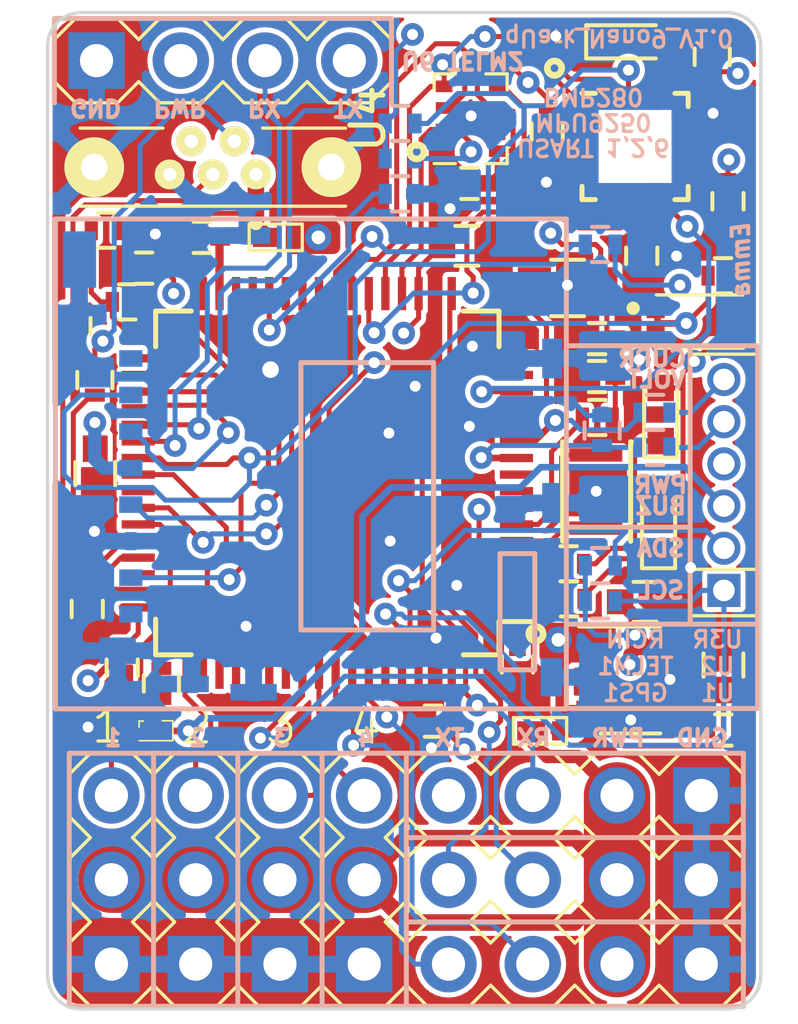
<source format=kicad_pcb>
(kicad_pcb (version 20171130) (host pcbnew "(5.1.2-30-g128cdca06)-1")
  (layers (0 F.Cu signal) (1 In1.Cu signal) (2 In2.Cu power) (31 B.Cu signal) (34 B.Paste user hide) (35 F.Paste user) (36 B.SilkS user hide) (37 F.SilkS user hide) (38 B.Mask user hide) (39 F.Mask user hide) (44 Edge.Cuts user))
  (net 0 "")
  (net 1 GND)
  (net 2 "Net-(C1-Pad1)")
  (net 3 "Net-(C2-Pad1)")
  (net 4 VCC)
  (net 5 BOOT1)
  (net 6 "Net-(U2-Pad52)")
  (net 7 "Net-(U2-Pad51)")
  (net 8 "Net-(U2-Pad50)")
  (net 9 "Net-(U2-Pad49)")
  (net 10 "Net-(U2-Pad46)")
  (net 11 "Net-(U2-Pad41)")
  (net 12 "Net-(U2-Pad33)")
  (net 13 "Net-(U2-Pad30)")
  (net 14 "Net-(U2-Pad29)")
  (net 15 "Net-(U2-Pad27)")
  (net 16 "Net-(U2-Pad25)")
  (net 17 "Net-(U2-Pad15)")
  (net 18 "Net-(U2-Pad9)")
  (net 19 "Net-(U2-Pad8)")
  (net 20 NRST)
  (net 21 "Net-(U2-Pad6)")
  (net 22 "Net-(U2-Pad5)")
  (net 23 "Net-(U2-Pad4)")
  (net 24 BLUE)
  (net 25 RED)
  (net 26 "Net-(U1-Pad7)")
  (net 27 SDCARD_CS)
  (net 28 MISO1)
  (net 29 SCK1)
  (net 30 MOSI1)
  (net 31 "Net-(D3-Pad2)")
  (net 32 "Net-(C8-Pad1)")
  (net 33 "Net-(J1-Pad1)")
  (net 34 "Net-(J1-Pad8)")
  (net 35 PWM1)
  (net 36 PWM2)
  (net 37 PWM3)
  (net 38 PWM4)
  (net 39 USBDP)
  (net 40 USBDM)
  (net 41 RX1)
  (net 42 TX1)
  (net 43 "Net-(D2-Pad1)")
  (net 44 BMP280_CS)
  (net 45 "Net-(D1-Pad1)")
  (net 46 TX2)
  (net 47 RX2)
  (net 48 RCIN)
  (net 49 TX3)
  (net 50 "Net-(J10-Pad4)")
  (net 51 USBDM1)
  (net 52 USBDP1)
  (net 53 +5V_MIX)
  (net 54 MOSI2)
  (net 55 SCK2)
  (net 56 MISO2)
  (net 57 I2C1_SDA)
  (net 58 I2C1_SCL)
  (net 59 "Net-(FB1-Pad2)")
  (net 60 BUZZER)
  (net 61 COIL)
  (net 62 SERVO_PWR)
  (net 63 CURR)
  (net 64 VOLT)
  (net 65 BOOT1_PD)
  (net 66 "Net-(Q1-Pad1)")
  (net 67 VOLTO)
  (net 68 "Net-(R15-Pad1)")
  (net 69 "Net-(U2-Pad54)")
  (net 70 "Net-(U2-Pad53)")
  (net 71 RX6)
  (net 72 TX6)
  (net 73 VBUS_O)
  (net 74 VBUS)
  (net 75 "Net-(C4-Pad2)")
  (net 76 "Net-(U1-Pad21)")
  (net 77 MPU9250_CS)
  (net 78 INT_MPU9250)
  (module "Kicad Library:GREEN_LED_0603" (layer F.Cu) (at 152.545801 86.785201)
    (fp_text reference D3)
    (fp_text value Green_LED_0603)
    (pad 2 smd rect (at 0.8 0 180) (size 0.8 0.8) (layers F.Cu F.Paste F.Mask) (net 31 "Net-(D3-Pad2)"))
    (pad 1 smd rect (at -0.8 0 180) (size 0.8 0.8) (layers F.Cu F.Paste F.Mask) (net 1 GND))
  )
  (module "Kicad Library:RED_LED_0603" (layer F.Cu) (at 153.4287 101.3333 90)
    (fp_text reference D1)
    (fp_text value Red_LED_0603)
    (pad 2 smd rect (at 0.8 0 270) (size 0.8 0.8) (layers F.Cu F.Paste F.Mask) (net 4 VCC))
    (pad 1 smd rect (at -0.8 0 270) (size 0.8 0.8) (layers F.Cu F.Paste F.Mask) (net 45 "Net-(D1-Pad1)"))
  )
  (module "Kicad Library:BLUE_LED_0603" (layer F.Cu) (at 153.4922 98.0058 90)
    (fp_text reference D2)
    (fp_text value Blue_LED_0603)
    (pad 2 smd rect (at 0.8 0 270) (size 0.8 0.8) (layers F.Cu F.Paste F.Mask) (net 4 VCC))
    (pad 1 smd rect (at -0.8 0 270) (size 0.8 0.8) (layers F.Cu F.Paste F.Mask) (net 43 "Net-(D2-Pad1)"))
  )
  (module "Kicad Library:BMP280" (layer F.Cu) (at 147.7646 89.1003 90)
    (fp_text reference U4 (at 0 -3.1 90) (layer F.SilkS))
    (fp_text value BMP280)
    (pad 8 smd rect (at -0.975 0.8 180) (size 0.5 0.35) (layers F.Cu F.Paste F.Mask) (net 4 VCC))
    (pad 2 smd rect (at -0.325 -0.8 180) (size 0.5 0.35) (layers F.Cu F.Paste F.Mask) (net 44 BMP280_CS))
    (pad 3 smd rect (at 0.325 -0.8 180) (size 0.5 0.35) (layers F.Cu F.Paste F.Mask) (net 30 MOSI1))
    (pad 4 smd rect (at 0.975 -0.8 180) (size 0.5 0.35) (layers F.Cu F.Paste F.Mask) (net 29 SCK1))
    (pad 7 smd rect (at -0.325 0.8 180) (size 0.5 0.35) (layers F.Cu F.Paste F.Mask) (net 1 GND))
    (pad 6 smd rect (at 0.325 0.8 180) (size 0.5 0.35) (layers F.Cu F.Paste F.Mask) (net 4 VCC))
    (pad 5 smd rect (at 0.975 0.8 180) (size 0.5 0.35) (layers F.Cu F.Paste F.Mask) (net 28 MISO1))
    (pad 1 smd rect (at -0.975 -0.8 180) (size 0.5 0.35) (layers F.Cu F.Paste F.Mask) (net 1 GND))
  )
  (module "Kicad Library:EVPBB2A9B000" (layer F.Cu) (at 154.412088 95.205551)
    (fp_text reference S1)
    (fp_text value EVPBB2A9B000)
    (pad 2 smd rect (at 1.575 -0.375 90) (size 0.55 0.55) (layers F.Cu F.Paste F.Mask) (net 4 VCC))
    (pad 4 smd rect (at 1.575 0.375 90) (size 0.55 0.55) (layers F.Cu F.Paste F.Mask) (net 4 VCC))
    (pad 3 smd rect (at -1.075 0.375 90) (size 0.55 0.55) (layers F.Cu F.Paste F.Mask) (net 5 BOOT1))
    (pad 1 smd rect (at -1.075 -0.375 90) (size 0.55 0.55) (layers F.Cu F.Paste F.Mask) (net 5 BOOT1))
  )
  (module "Kicad Library:Pin_Header_Straight_1x06_Pitch1.27mm" (layer F.Cu) (at 155.3972 103.3018 180)
    (fp_text reference J12)
    (fp_text value CONN_1.27_6)
    (pad 6 thru_hole oval (at 0 6.35 180) (size 1 1) (drill 0.65) (layers *.Cu *.Mask) (net 63 CURR))
    (pad 5 thru_hole oval (at 0 5.08 180) (size 1 1) (drill 0.65) (layers *.Cu *.Mask) (net 64 VOLT))
    (pad 4 thru_hole oval (at 0 3.81 180) (size 1 1) (drill 0.65) (layers *.Cu *.Mask) (net 62 SERVO_PWR))
    (pad 3 thru_hole oval (at 0 2.54 180) (size 1 1) (drill 0.65) (layers *.Cu *.Mask) (net 61 COIL))
    (pad 2 thru_hole oval (at 0 1.27 180) (size 1 1) (drill 0.65) (layers *.Cu *.Mask) (net 57 I2C1_SDA))
    (pad 1 thru_hole rect (at 0 0 180) (size 1 1) (drill 0.65) (layers *.Cu *.Mask) (net 58 I2C1_SCL))
  )
  (module "Kicad Library:SDM1U20CSP-7" (layer F.Cu) (at 142.1384 92.6719 180)
    (fp_text reference D4)
    (fp_text value SDM1U20CSP-7)
    (pad 2 smd rect (at 0.51998 0 270) (size 0.58 0.84) (layers F.Cu F.Paste F.Mask) (net 74 VBUS))
    (pad 1 smd rect (at -0.259996 0 270) (size 0.58 0.304) (layers F.Cu F.Paste F.Mask) (net 53 +5V_MIX))
  )
  (module "Kicad Library:SDM1U20CSP-7" (layer F.Cu) (at 150.108004 107.5309 180)
    (fp_text reference D5)
    (fp_text value SDM1U20CSP-7)
    (pad 2 smd rect (at 0.51998 0 270) (size 0.58 0.84) (layers F.Cu F.Paste F.Mask) (net 62 SERVO_PWR))
    (pad 1 smd rect (at -0.259996 0 270) (size 0.58 0.304) (layers F.Cu F.Paste F.Mask) (net 53 +5V_MIX))
  )
  (module "Kicad Library:Pin_Header_Straight_1x03_Pitch2.54mm" (layer F.Cu) (at 136.935801 114.554 180)
    (fp_text reference J2)
    (fp_text value PIN_2.54x3_VRT)
    (pad 1 thru_hole rect (at 0 0 180) (size 1.7 1.7) (drill 1) (layers *.Cu *.Mask) (net 1 GND))
    (pad 2 thru_hole oval (at 0 2.54 180) (size 1.7 1.7) (drill 1) (layers *.Cu *.Mask) (net 62 SERVO_PWR))
    (pad 3 thru_hole oval (at 0 5.08 180) (size 1.7 1.7) (drill 1) (layers *.Cu *.Mask) (net 35 PWM1))
  )
  (module "Kicad Library:Pin_Header_Straight_1x03_Pitch2.54mm" (layer F.Cu) (at 139.475801 114.554 180)
    (fp_text reference J3)
    (fp_text value PIN_2.54x3_VRT)
    (pad 1 thru_hole rect (at 0 0 180) (size 1.7 1.7) (drill 1) (layers *.Cu *.Mask) (net 1 GND))
    (pad 2 thru_hole oval (at 0 2.54 180) (size 1.7 1.7) (drill 1) (layers *.Cu *.Mask) (net 62 SERVO_PWR))
    (pad 3 thru_hole oval (at 0 5.08 180) (size 1.7 1.7) (drill 1) (layers *.Cu *.Mask) (net 36 PWM2))
  )
  (module "Kicad Library:Pin_Header_Straight_1x03_Pitch2.54mm" (layer F.Cu) (at 142.015801 114.554 180)
    (fp_text reference J4)
    (fp_text value PIN_2.54x3_VRT)
    (pad 1 thru_hole rect (at 0 0 180) (size 1.7 1.7) (drill 1) (layers *.Cu *.Mask) (net 1 GND))
    (pad 2 thru_hole oval (at 0 2.54 180) (size 1.7 1.7) (drill 1) (layers *.Cu *.Mask) (net 62 SERVO_PWR))
    (pad 3 thru_hole oval (at 0 5.08 180) (size 1.7 1.7) (drill 1) (layers *.Cu *.Mask) (net 37 PWM3))
  )
  (module "Kicad Library:Pin_Header_Straight_1x03_Pitch2.54mm" (layer F.Cu) (at 144.555801 114.554 180)
    (fp_text reference J5)
    (fp_text value PIN_2.54x3_VRT)
    (pad 1 thru_hole rect (at 0 0 180) (size 1.7 1.7) (drill 1) (layers *.Cu *.Mask) (net 1 GND))
    (pad 2 thru_hole oval (at 0 2.54 180) (size 1.7 1.7) (drill 1) (layers *.Cu *.Mask) (net 62 SERVO_PWR))
    (pad 3 thru_hole oval (at 0 5.08 180) (size 1.7 1.7) (drill 1) (layers *.Cu *.Mask) (net 38 PWM4))
  )
  (module "Kicad Library:Pin_Header_Straight_1x04_Pitch2.54mm" (layer F.Cu) (at 154.715801 112.014 270)
    (fp_text reference J7)
    (fp_text value PIN_2.54x4_VRT)
    (pad 1 thru_hole rect (at 0 0 270) (size 1.7 1.7) (drill 1) (layers *.Cu *.Mask) (net 1 GND))
    (pad 2 thru_hole oval (at 0 2.54 270) (size 1.7 1.7) (drill 1) (layers *.Cu *.Mask) (net 62 SERVO_PWR))
    (pad 3 thru_hole oval (at 0 5.08 270) (size 1.7 1.7) (drill 1) (layers *.Cu *.Mask) (net 47 RX2))
    (pad 4 thru_hole oval (at 0 7.62 270) (size 1.7 1.7) (drill 1) (layers *.Cu *.Mask) (net 46 TX2))
  )
  (module "Kicad Library:Pin_Header_Straight_1x04_Pitch2.54mm" (layer F.Cu) (at 154.715801 114.554 270)
    (fp_text reference J6)
    (fp_text value PIN_2.54x4_VRT)
    (pad 1 thru_hole rect (at 0 0 270) (size 1.7 1.7) (drill 1) (layers *.Cu *.Mask) (net 1 GND))
    (pad 2 thru_hole oval (at 0 2.54 270) (size 1.7 1.7) (drill 1) (layers *.Cu *.Mask) (net 62 SERVO_PWR))
    (pad 3 thru_hole oval (at 0 5.08 270) (size 1.7 1.7) (drill 1) (layers *.Cu *.Mask) (net 41 RX1))
    (pad 4 thru_hole oval (at 0 7.62 270) (size 1.7 1.7) (drill 1) (layers *.Cu *.Mask) (net 42 TX1))
  )
  (module "Kicad Library:Pin_Header_Straight_1x04_Pitch2.54mm" (layer F.Cu) (at 154.715801 109.474 270)
    (fp_text reference J8)
    (fp_text value PIN_2.54x4_VRT)
    (pad 1 thru_hole rect (at 0 0 270) (size 1.7 1.7) (drill 1) (layers *.Cu *.Mask) (net 1 GND))
    (pad 2 thru_hole oval (at 0 2.54 270) (size 1.7 1.7) (drill 1) (layers *.Cu *.Mask) (net 62 SERVO_PWR))
    (pad 3 thru_hole oval (at 0 5.08 270) (size 1.7 1.7) (drill 1) (layers *.Cu *.Mask) (net 48 RCIN))
    (pad 4 thru_hole oval (at 0 7.62 270) (size 1.7 1.7) (drill 1) (layers *.Cu *.Mask) (net 49 TX3))
  )
  (module "Kicad Library:Pin_Header_Straight_1x04_Pitch2.54mm" (layer F.Cu) (at 136.4869 87.3506 90)
    (fp_text reference J9)
    (fp_text value PIN_2.54x4_VRT)
    (pad 1 thru_hole rect (at 0 0 90) (size 1.7 1.7) (drill 1) (layers *.Cu *.Mask) (net 1 GND))
    (pad 2 thru_hole oval (at 0 2.54 90) (size 1.7 1.7) (drill 1) (layers *.Cu *.Mask) (net 62 SERVO_PWR))
    (pad 3 thru_hole oval (at 0 5.08 90) (size 1.7 1.7) (drill 1) (layers *.Cu *.Mask) (net 71 RX6))
    (pad 4 thru_hole oval (at 0 7.62 90) (size 1.7 1.7) (drill 1) (layers *.Cu *.Mask) (net 72 TX6))
  )
  (module "Kicad Library:CAP_0402" (layer F.Cu) (at 150.070801 89.485201 270)
    (fp_text reference C5)
    (fp_text value 0402_10nF_X5R)
    (pad 1 smd rect (at -0.55 0 270) (size 0.6 0.5) (layers F.Cu F.Paste F.Mask) (net 4 VCC))
    (pad 2 smd rect (at 0.55 0 270) (size 0.6 0.5) (layers F.Cu F.Paste F.Mask) (net 1 GND))
  )
  (module "Kicad Library:CAP_0402" (layer F.Cu) (at 152.920801 93.2268 90)
    (fp_text reference C4)
    (fp_text value 0402_100nF_X5R)
    (pad 1 smd rect (at -0.55 0 90) (size 0.6 0.5) (layers F.Cu F.Paste F.Mask) (net 1 GND))
    (pad 2 smd rect (at 0.55 0 90) (size 0.6 0.5) (layers F.Cu F.Paste F.Mask) (net 75 "Net-(C4-Pad2)"))
  )
  (module "Kicad Library:MPU9250" (layer F.Cu) (at 152.720801 89.935201)
    (fp_text reference U1)
    (fp_text value MPU9250)
    (pad 24 smd roundrect (at -1 -1.5 90) (size 0.55 0.2) (layers F.Cu F.Paste F.Mask) (net 30 MOSI1))
    (pad 23 smd roundrect (at -0.6 -1.5 90) (size 0.55 0.2) (layers F.Cu F.Paste F.Mask) (net 29 SCK1))
    (pad 22 smd roundrect (at -0.2 -1.5 90) (size 0.55 0.2) (layers F.Cu F.Paste F.Mask) (net 77 MPU9250_CS))
    (pad 21 smd roundrect (at 0.2 -1.5 90) (size 0.55 0.2) (layers F.Cu F.Paste F.Mask) (net 76 "Net-(U1-Pad21)"))
    (pad 20 smd roundrect (at 0.6 -1.5 90) (size 0.55 0.2) (layers F.Cu F.Paste F.Mask) (net 1 GND))
    (pad 19 smd roundrect (at 1 -1.5 90) (size 0.55 0.2) (layers F.Cu F.Paste F.Mask))
    (pad 18 smd roundrect (at 1.5 -1) (size 0.55 0.2) (layers F.Cu F.Paste F.Mask) (net 1 GND))
    (pad 17 smd roundrect (at 1.5 -0.6) (size 0.55 0.2) (layers F.Cu F.Paste F.Mask))
    (pad 16 smd roundrect (at 1.5 -0.2) (size 0.55 0.2) (layers F.Cu F.Paste F.Mask))
    (pad 15 smd roundrect (at 1.5 0.2) (size 0.55 0.2) (layers F.Cu F.Paste F.Mask))
    (pad 14 smd roundrect (at 1.5 0.6) (size 0.55 0.2) (layers F.Cu F.Paste F.Mask))
    (pad 13 smd roundrect (at 1.5 1) (size 0.55 0.2) (layers F.Cu F.Paste F.Mask) (net 4 VCC))
    (pad 12 smd roundrect (at 1 1.5 90) (size 0.55 0.2) (layers F.Cu F.Paste F.Mask) (net 78 INT_MPU9250))
    (pad 11 smd roundrect (at 0.6 1.5 90) (size 0.55 0.2) (layers F.Cu F.Paste F.Mask) (net 1 GND))
    (pad 10 smd roundrect (at 0.2 1.5 90) (size 0.55 0.2) (layers F.Cu F.Paste F.Mask) (net 75 "Net-(C4-Pad2)"))
    (pad 9 smd roundrect (at -0.2 1.5 90) (size 0.55 0.2) (layers F.Cu F.Paste F.Mask) (net 28 MISO1))
    (pad 8 smd roundrect (at -0.6 1.5 90) (size 0.55 0.2) (layers F.Cu F.Paste F.Mask) (net 4 VCC))
    (pad 7 smd roundrect (at -1 1.5 90) (size 0.55 0.2) (layers F.Cu F.Paste F.Mask) (net 26 "Net-(U1-Pad7)"))
    (pad 6 smd roundrect (at -1.5 1) (size 0.55 0.2) (layers F.Cu F.Paste F.Mask))
    (pad 5 smd roundrect (at -1.5 0.6) (size 0.55 0.2) (layers F.Cu F.Paste F.Mask))
    (pad 4 smd roundrect (at -1.5 0.2) (size 0.55 0.2) (layers F.Cu F.Paste F.Mask))
    (pad 3 smd roundrect (at -1.5 -0.2) (size 0.55 0.2) (layers F.Cu F.Paste F.Mask))
    (pad 2 smd roundrect (at -1.5 -0.6) (size 0.55 0.2) (layers F.Cu F.Paste F.Mask))
    (pad 1 smd roundrect (at -1.5 -1) (size 0.55 0.2) (layers F.Cu F.Paste F.Mask) (net 4 VCC))
  )
  (module "Kicad Library:0402_2K" (layer F.Cu) (at 136.779 92.456 180)
    (fp_text reference R19)
    (fp_text value 0402_2K)
    (pad 1 smd rect (at -0.45 0 180) (size 0.4 0.6) (layers F.Cu F.Paste F.Mask) (net 74 VBUS))
    (pad 2 smd rect (at 0.45 0 180) (size 0.4 0.6) (layers F.Cu F.Paste F.Mask) (net 73 VBUS_O))
  )
  (module "Kicad Library:0402_2K" (layer F.Cu) (at 137.414 94.615 180)
    (fp_text reference R18)
    (fp_text value 0402_2K)
    (pad 1 smd rect (at -0.45 0 180) (size 0.4 0.6) (layers F.Cu F.Paste F.Mask) (net 1 GND))
    (pad 2 smd rect (at 0.45 0 180) (size 0.4 0.6) (layers F.Cu F.Paste F.Mask) (net 73 VBUS_O))
  )
  (module "Kicad Library:CAP_0402" (layer F.Cu) (at 151.5745 96.8629 180)
    (fp_text reference C6)
    (fp_text value 0402_100nF_X5R)
    (pad 1 smd rect (at -0.55 0 180) (size 0.6 0.5) (layers F.Cu F.Paste F.Mask) (net 4 VCC))
    (pad 2 smd rect (at 0.55 0 180) (size 0.6 0.5) (layers F.Cu F.Paste F.Mask) (net 1 GND))
  )
  (module "Kicad Library:WURTH_USB_VRT" (layer F.Cu) (at 139.9921 90.8431 180)
    (fp_text reference J10)
    (fp_text value USB_A_VRT_WURTH hide)
    (pad 1 thru_hole circle (at -1.3 0.065 270) (size 0.9 0.9) (drill 0.4) (layers *.Cu *.Mask F.SilkS) (net 74 VBUS))
    (pad 2 thru_hole circle (at -0.65 1.065 270) (size 0.9 0.9) (drill 0.4) (layers *.Cu *.Mask F.SilkS) (net 40 USBDM))
    (pad 3 thru_hole circle (at 0 0.065 270) (size 0.9 0.9) (drill 0.4) (layers *.Cu *.Mask F.SilkS) (net 39 USBDP))
    (pad 4 thru_hole circle (at 0.65 1.065 270) (size 0.9 0.9) (drill 0.4) (layers *.Cu *.Mask F.SilkS) (net 50 "Net-(J10-Pad4)"))
    (pad 5 thru_hole circle (at 1.3 0.065 270) (size 0.9 0.9) (drill 0.4) (layers *.Cu *.Mask F.SilkS) (net 1 GND))
    (pad 6 thru_hole circle (at -3.575 0.285 270) (size 1.8 1.8) (drill 0.8) (layers *.Cu *.Mask F.SilkS) (net 1 GND))
    (pad 7 thru_hole circle (at 3.575 0.285 270) (size 1.8 1.8) (drill 0.8) (layers *.Cu *.Mask F.SilkS) (net 1 GND))
  )
  (module "Kicad Library:CAP_0402" (layer F.Cu) (at 139.6619 92.6719 180)
    (fp_text reference C1)
    (fp_text value 0402_2.2uF_X5R)
    (pad 2 smd rect (at 0.55 0 180) (size 0.6 0.5) (layers F.Cu F.Paste F.Mask) (net 1 GND))
    (pad 1 smd rect (at -0.55 0 180) (size 0.6 0.5) (layers F.Cu F.Paste F.Mask) (net 2 "Net-(C1-Pad1)"))
  )
  (module "Kicad Library:CAP_0402" (layer F.Cu) (at 136.2075 103.8606 270)
    (fp_text reference C2)
    (fp_text value 0402_2.2uF_X5R)
    (pad 2 smd rect (at 0.55 0 270) (size 0.6 0.5) (layers F.Cu F.Paste F.Mask) (net 1 GND))
    (pad 1 smd rect (at -0.55 0 270) (size 0.6 0.5) (layers F.Cu F.Paste F.Mask) (net 3 "Net-(C2-Pad1)"))
  )
  (module "Kicad Library:CAP_0402" (layer F.Cu) (at 155.520801 91.585201 270)
    (fp_text reference C3)
    (fp_text value 0402_100nF_X5R)
    (pad 1 smd rect (at -0.55 0 270) (size 0.6 0.5) (layers F.Cu F.Paste F.Mask) (net 4 VCC))
    (pad 2 smd rect (at 0.55 0 270) (size 0.6 0.5) (layers F.Cu F.Paste F.Mask) (net 1 GND))
  )
  (module "Kicad Library:STM32F405RGT6" (layer F.Cu) (at 143.4442 100.0654 180)
    (fp_text reference U2)
    (fp_text value STM32F405RGT6)
    (pad 64 smd rect (at -3.75 -5.7 270) (size 1 0.25) (layers F.Cu F.Paste F.Mask) (net 4 VCC))
    (pad 63 smd rect (at -3.25 -5.7 270) (size 1 0.25) (layers F.Cu F.Paste F.Mask) (net 1 GND))
    (pad 62 smd rect (at -2.75 -5.7 270) (size 1 0.25) (layers F.Cu F.Paste F.Mask) (net 57 I2C1_SDA))
    (pad 61 smd rect (at -2.25 -5.7 270) (size 1 0.25) (layers F.Cu F.Paste F.Mask) (net 58 I2C1_SCL))
    (pad 60 smd rect (at -1.75 -5.7 270) (size 1 0.25) (layers F.Cu F.Paste F.Mask) (net 5 BOOT1))
    (pad 59 smd rect (at -1.25 -5.7 270) (size 1 0.25) (layers F.Cu F.Paste F.Mask) (net 41 RX1))
    (pad 58 smd rect (at -0.75 -5.7 270) (size 1 0.25) (layers F.Cu F.Paste F.Mask) (net 42 TX1))
    (pad 57 smd rect (at -0.25 -5.7 270) (size 1 0.25) (layers F.Cu F.Paste F.Mask) (net 38 PWM4))
    (pad 56 smd rect (at 0.25 -5.7 270) (size 1 0.25) (layers F.Cu F.Paste F.Mask) (net 37 PWM3))
    (pad 55 smd rect (at 0.75 -5.7 270) (size 1 0.25) (layers F.Cu F.Paste F.Mask) (net 48 RCIN))
    (pad 54 smd rect (at 1.25 -5.7 270) (size 1 0.25) (layers F.Cu F.Paste F.Mask) (net 69 "Net-(U2-Pad54)"))
    (pad 53 smd rect (at 1.75 -5.7 270) (size 1 0.25) (layers F.Cu F.Paste F.Mask) (net 70 "Net-(U2-Pad53)"))
    (pad 52 smd rect (at 2.25 -5.7 270) (size 1 0.25) (layers F.Cu F.Paste F.Mask) (net 6 "Net-(U2-Pad52)"))
    (pad 51 smd rect (at 2.75 -5.7 270) (size 1 0.25) (layers F.Cu F.Paste F.Mask) (net 7 "Net-(U2-Pad51)"))
    (pad 50 smd rect (at 3.25 -5.7 270) (size 1 0.25) (layers F.Cu F.Paste F.Mask) (net 8 "Net-(U2-Pad50)"))
    (pad 49 smd rect (at 3.75 -5.7 270) (size 1 0.25) (layers F.Cu F.Paste F.Mask) (net 9 "Net-(U2-Pad49)"))
    (pad 48 smd rect (at 5.7 -3.75 180) (size 1 0.25) (layers F.Cu F.Paste F.Mask) (net 4 VCC))
    (pad 47 smd rect (at 5.7 -3.25 180) (size 1 0.25) (layers F.Cu F.Paste F.Mask) (net 3 "Net-(C2-Pad1)"))
    (pad 46 smd rect (at 5.7 -2.75 180) (size 1 0.25) (layers F.Cu F.Paste F.Mask) (net 10 "Net-(U2-Pad46)"))
    (pad 45 smd rect (at 5.7 -2.25 180) (size 1 0.25) (layers F.Cu F.Paste F.Mask) (net 52 USBDP1))
    (pad 44 smd rect (at 5.7 -1.75 180) (size 1 0.25) (layers F.Cu F.Paste F.Mask) (net 51 USBDM1))
    (pad 43 smd rect (at 5.7 -1.25 180) (size 1 0.25) (layers F.Cu F.Paste F.Mask) (net 35 PWM1))
    (pad 42 smd rect (at 5.7 -0.75 180) (size 1 0.25) (layers F.Cu F.Paste F.Mask) (net 73 VBUS_O))
    (pad 41 smd rect (at 5.7 -0.25 180) (size 1 0.25) (layers F.Cu F.Paste F.Mask) (net 11 "Net-(U2-Pad41)"))
    (pad 40 smd rect (at 5.7 0.25 180) (size 1 0.25) (layers F.Cu F.Paste F.Mask) (net 60 BUZZER))
    (pad 39 smd rect (at 5.7 0.75 180) (size 1 0.25) (layers F.Cu F.Paste F.Mask) (net 27 SDCARD_CS))
    (pad 38 smd rect (at 5.7 1.25 180) (size 1 0.25) (layers F.Cu F.Paste F.Mask) (net 71 RX6))
    (pad 37 smd rect (at 5.7 1.75 180) (size 1 0.25) (layers F.Cu F.Paste F.Mask) (net 72 TX6))
    (pad 36 smd rect (at 5.7 2.25 180) (size 1 0.25) (layers F.Cu F.Paste F.Mask) (net 54 MOSI2))
    (pad 35 smd rect (at 5.7 2.75 180) (size 1 0.25) (layers F.Cu F.Paste F.Mask) (net 56 MISO2))
    (pad 34 smd rect (at 5.7 3.25 180) (size 1 0.25) (layers F.Cu F.Paste F.Mask) (net 55 SCK2))
    (pad 33 smd rect (at 5.7 3.75 180) (size 1 0.25) (layers F.Cu F.Paste F.Mask) (net 12 "Net-(U2-Pad33)"))
    (pad 32 smd rect (at 3.75 5.7 270) (size 1 0.25) (layers F.Cu F.Paste F.Mask) (net 4 VCC))
    (pad 31 smd rect (at 3.25 5.7 270) (size 1 0.25) (layers F.Cu F.Paste F.Mask) (net 2 "Net-(C1-Pad1)"))
    (pad 30 smd rect (at 2.75 5.7 270) (size 1 0.25) (layers F.Cu F.Paste F.Mask) (net 13 "Net-(U2-Pad30)"))
    (pad 29 smd rect (at 2.25 5.7 270) (size 1 0.25) (layers F.Cu F.Paste F.Mask) (net 14 "Net-(U2-Pad29)"))
    (pad 28 smd rect (at 1.75 5.7 270) (size 1 0.25) (layers F.Cu F.Paste F.Mask) (net 65 BOOT1_PD))
    (pad 27 smd rect (at 1.25 5.7 270) (size 1 0.25) (layers F.Cu F.Paste F.Mask) (net 15 "Net-(U2-Pad27)"))
    (pad 26 smd rect (at 0.75 5.7 270) (size 1 0.25) (layers F.Cu F.Paste F.Mask) (net 36 PWM2))
    (pad 25 smd rect (at 0.25 5.7 270) (size 1 0.25) (layers F.Cu F.Paste F.Mask) (net 16 "Net-(U2-Pad25)"))
    (pad 24 smd rect (at -0.25 5.7 270) (size 1 0.25) (layers F.Cu F.Paste F.Mask) (net 77 MPU9250_CS))
    (pad 23 smd rect (at -0.75 5.7 270) (size 1 0.25) (layers F.Cu F.Paste F.Mask) (net 30 MOSI1))
    (pad 22 smd rect (at -1.25 5.7 270) (size 1 0.25) (layers F.Cu F.Paste F.Mask) (net 28 MISO1))
    (pad 21 smd rect (at -1.75 5.7 270) (size 1 0.25) (layers F.Cu F.Paste F.Mask) (net 29 SCK1))
    (pad 20 smd rect (at -2.25 5.7 270) (size 1 0.25) (layers F.Cu F.Paste F.Mask) (net 44 BMP280_CS))
    (pad 19 smd rect (at -2.75 5.7 270) (size 1 0.25) (layers F.Cu F.Paste F.Mask) (net 4 VCC))
    (pad 18 smd rect (at -3.25 5.7 270) (size 1 0.25) (layers F.Cu F.Paste F.Mask) (net 1 GND))
    (pad 17 smd rect (at -3.75 5.7 270) (size 1 0.25) (layers F.Cu F.Paste F.Mask) (net 47 RX2))
    (pad 16 smd rect (at -5.7 3.75 180) (size 1 0.25) (layers F.Cu F.Paste F.Mask) (net 46 TX2))
    (pad 15 smd rect (at -5.7 3.25 180) (size 1 0.25) (layers F.Cu F.Paste F.Mask) (net 17 "Net-(U2-Pad15)"))
    (pad 14 smd rect (at -5.7 2.75 180) (size 1 0.25) (layers F.Cu F.Paste F.Mask) (net 78 INT_MPU9250))
    (pad 13 smd rect (at -5.7 2.25 180) (size 1 0.25) (layers F.Cu F.Paste F.Mask) (net 59 "Net-(FB1-Pad2)"))
    (pad 12 smd rect (at -5.7 1.75 180) (size 1 0.25) (layers F.Cu F.Paste F.Mask) (net 1 GND))
    (pad 11 smd rect (at -5.7 1.25 180) (size 1 0.25) (layers F.Cu F.Paste F.Mask) (net 68 "Net-(R15-Pad1)"))
    (pad 10 smd rect (at -5.7 0.75 180) (size 1 0.25) (layers F.Cu F.Paste F.Mask) (net 67 VOLTO))
    (pad 9 smd rect (at -5.7 0.25 180) (size 1 0.25) (layers F.Cu F.Paste F.Mask) (net 18 "Net-(U2-Pad9)"))
    (pad 8 smd rect (at -5.7 -0.25 180) (size 1 0.25) (layers F.Cu F.Paste F.Mask) (net 19 "Net-(U2-Pad8)"))
    (pad 7 smd rect (at -5.7 -0.75 180) (size 1 0.25) (layers F.Cu F.Paste F.Mask) (net 20 NRST))
    (pad 6 smd rect (at -5.7 -1.25 180) (size 1 0.25) (layers F.Cu F.Paste F.Mask) (net 21 "Net-(U2-Pad6)"))
    (pad 5 smd rect (at -5.7 -1.75 180) (size 1 0.25) (layers F.Cu F.Paste F.Mask) (net 22 "Net-(U2-Pad5)"))
    (pad 4 smd rect (at -5.7 -2.25 180) (size 1 0.25) (layers F.Cu F.Paste F.Mask) (net 23 "Net-(U2-Pad4)"))
    (pad 3 smd rect (at -5.7 -2.75 180) (size 1 0.25) (layers F.Cu F.Paste F.Mask) (net 24 BLUE))
    (pad 2 smd rect (at -5.7 -3.25 180) (size 1 0.25) (layers F.Cu F.Paste F.Mask) (net 25 RED))
    (pad 1 smd rect (at -5.7 -3.75 180) (size 1 0.25) (layers F.Cu F.Paste F.Mask) (net 4 VCC))
  )
  (module "Kicad Library:CSTCE16M0V53A-R0" (layer F.Cu) (at 151.5364 98.575126 90)
    (fp_text reference Y1)
    (fp_text value CSTCE16M0V53A-R0)
    (pad 3 smd rect (at -0.649974 0 90) (size 0.4 1.6) (layers F.Cu F.Paste F.Mask) (net 21 "Net-(U2-Pad6)"))
    (pad 2 smd rect (at -1.74993 0 90) (size 0.4 1.6) (layers F.Cu F.Paste F.Mask) (net 1 GND))
    (pad 1 smd rect (at -2.85 0 90) (size 0.4 1.6) (layers F.Cu F.Paste F.Mask) (net 22 "Net-(U2-Pad5)"))
  )
  (module "Kicad Library:0402_330R" (layer F.Cu) (at 150.7308 103.5558 180)
    (fp_text reference R2)
    (fp_text value 0402_330R)
    (pad 2 smd rect (at 0.45 0 180) (size 0.4 0.6) (layers F.Cu F.Paste F.Mask) (net 25 RED))
    (pad 1 smd rect (at -0.45 0 180) (size 0.4 0.6) (layers F.Cu F.Paste F.Mask) (net 45 "Net-(D1-Pad1)"))
  )
  (module "Kicad Library:0402_330R" (layer F.Cu) (at 150.7181 102.5017 180)
    (fp_text reference R3)
    (fp_text value 0402_330R)
    (pad 1 smd rect (at -0.45 0 180) (size 0.4 0.6) (layers F.Cu F.Paste F.Mask) (net 43 "Net-(D2-Pad1)"))
    (pad 2 smd rect (at 0.45 0 180) (size 0.4 0.6) (layers F.Cu F.Paste F.Mask) (net 24 BLUE))
  )
  (module "Kicad Library:0402_330R" (layer F.Cu) (at 155.045801 87.235201 90)
    (fp_text reference R4)
    (fp_text value 0402_330R)
    (pad 2 smd rect (at 0.45 0 90) (size 0.4 0.6) (layers F.Cu F.Paste F.Mask) (net 31 "Net-(D3-Pad2)"))
    (pad 1 smd rect (at -0.45 0 90) (size 0.4 0.6) (layers F.Cu F.Paste F.Mask) (net 4 VCC))
  )
  (module "Kicad Library:0402_10K" (layer F.Cu) (at 151.58 98.0948 180)
    (fp_text reference R1)
    (fp_text value 0402_10K)
    (pad 2 smd rect (at 0.45 0 180) (size 0.4 0.6) (layers F.Cu F.Paste F.Mask) (net 20 NRST))
    (pad 1 smd rect (at -0.45 0 180) (size 0.4 0.6) (layers F.Cu F.Paste F.Mask) (net 4 VCC))
  )
  (module "Kicad Library:CAP_0603_100nF" (layer F.Cu) (at 155.3845 105.549 90)
    (fp_text reference C7)
    (fp_text value 0603_100nF_X7R)
    (pad 2 smd rect (at 0.75 0 90) (size 0.8 0.75) (layers F.Cu F.Paste F.Mask) (net 1 GND))
    (pad 1 smd rect (at -0.75 0 90) (size 0.8 0.75) (layers F.Cu F.Paste F.Mask) (net 53 +5V_MIX))
  )
  (module "Kicad Library:CAP_0402_10nF" (layer F.Cu) (at 155.3806 107.5055)
    (fp_text reference C8)
    (fp_text value 0402_10nF_X5R)
    (pad 2 smd rect (at 0.55 0) (size 0.6 0.5) (layers F.Cu F.Paste F.Mask) (net 1 GND))
    (pad 1 smd rect (at -0.55 0) (size 0.6 0.5) (layers F.Cu F.Paste F.Mask) (net 32 "Net-(C8-Pad1)"))
  )
  (module "Kicad Library:CAP_0603_100nF" (layer F.Cu) (at 153.0216 103.6447)
    (fp_text reference C9)
    (fp_text value 0603_100nF_X7R)
    (pad 1 smd rect (at -0.75 0) (size 0.8 0.75) (layers F.Cu F.Paste F.Mask) (net 4 VCC))
    (pad 2 smd rect (at 0.75 0) (size 0.8 0.75) (layers F.Cu F.Paste F.Mask) (net 1 GND))
  )
  (module "Kicad Library:REG113NA_3_3_250" (layer F.Cu) (at 152.5803 105.9991)
    (fp_text reference U3)
    (fp_text value REG113NA-3.3_250)
    (pad 5 smd rect (at 1.1 -0.95) (size 1.06 0.65) (layers F.Cu F.Paste F.Mask) (net 4 VCC))
    (pad 4 smd rect (at 1.1 0.95) (size 1.06 0.65) (layers F.Cu F.Paste F.Mask) (net 32 "Net-(C8-Pad1)"))
    (pad 3 smd rect (at -1.1 0.95) (size 1.06 0.65) (layers F.Cu F.Paste F.Mask) (net 53 +5V_MIX))
    (pad 2 smd rect (at -1.1 0) (size 1.06 0.65) (layers F.Cu F.Paste F.Mask) (net 1 GND))
    (pad 1 smd rect (at -1.1 -0.95) (size 1.06 0.65) (layers F.Cu F.Paste F.Mask) (net 53 +5V_MIX))
  )
  (module "Kicad Library:CAP_0402" (layer F.Cu) (at 147.7264 91.0463 180)
    (fp_text reference C10)
    (fp_text value 0402_100nF_X5R)
    (pad 1 smd rect (at -0.55 0 180) (size 0.6 0.5) (layers F.Cu F.Paste F.Mask) (net 4 VCC))
    (pad 2 smd rect (at 0.55 0 180) (size 0.6 0.5) (layers F.Cu F.Paste F.Mask) (net 1 GND))
  )
  (module "Kicad Library:JST_SDCARD" (layer B.Cu) (at 143.611894 99.967706 90)
    (fp_text reference J1)
    (fp_text value SD_CARD_JST)
    (pad 1 smd rect (at 3.649454 -6.09001 90) (size 0.5 0.7) (layers B.Cu B.Paste B.Mask) (net 33 "Net-(J1-Pad1)"))
    (pad 2 smd rect (at 2.549498 -6.09001 90) (size 0.5 0.7) (layers B.Cu B.Paste B.Mask) (net 27 SDCARD_CS))
    (pad 3 smd rect (at 1.449542 -6.09001 90) (size 0.5 0.7) (layers B.Cu B.Paste B.Mask) (net 54 MOSI2))
    (pad 4 smd rect (at 0.349586 -6.09001 90) (size 0.5 0.7) (layers B.Cu B.Paste B.Mask) (net 4 VCC))
    (pad 5 smd rect (at -0.75037 -6.09001 90) (size 0.5 0.7) (layers B.Cu B.Paste B.Mask) (net 55 SCK2))
    (pad 6 smd rect (at -1.850326 -6.09001 90) (size 0.5 0.7) (layers B.Cu B.Paste B.Mask) (net 1 GND))
    (pad 7 smd rect (at -2.950282 -6.09001 90) (size 0.5 0.7) (layers B.Cu B.Paste B.Mask) (net 56 MISO2))
    (pad 8 smd rect (at -4.050238 -6.09001 90) (size 0.5 0.7) (layers B.Cu B.Paste B.Mask) (net 34 "Net-(J1-Pad8)"))
    (pad 9 smd rect (at -5.150194 -6.489994 90) (size 0.8 1.1) (layers B.Cu B.Paste B.Mask) (net 1 GND))
    (pad 10 smd rect (at -6.150154 -4.240084 90) (size 0.5 1) (layers B.Cu B.Paste B.Mask) (net 1 GND))
    (pad 11 smd rect (at -6.400144 -2.390158 90) (size 0.5 1.4) (layers B.Cu B.Paste B.Mask) (net 1 GND))
    (pad 12 smd rect (at -6.400144 2.209658 90) (size 0.5 1.4) (layers B.Cu B.Paste B.Mask) (net 1 GND))
    (pad 13 smd rect (at -5.950162 6.58628 90) (size 1.15 0.65) (layers B.Cu B.Paste B.Mask) (net 1 GND))
    (pad 14 smd rect (at -0.699693 6.60899 90) (size 1.2 0.6) (layers B.Cu B.Paste B.Mask) (net 1 GND))
    (pad 15 smd rect (at 3.650133 6.609482 90) (size 1.2 0.6) (layers B.Cu B.Paste B.Mask) (net 1 GND))
    (pad 16 smd rect (at 7.349985 3.40961 90) (size 0.5 1.4) (layers B.Cu B.Paste B.Mask) (net 1 GND))
    (pad 17 smd rect (at 7.349985 -2.590642 90) (size 0.5 1.4) (layers B.Cu B.Paste B.Mask) (net 1 GND))
    (pad 18 smd rect (at 6.627087 -7.63872 90) (size 1.7 1) (layers B.Cu B.Paste B.Mask) (net 1 GND))
  )
  (module "Kicad Library:0402_10K" (layer F.Cu) (at 155.3718 93.8276)
    (fp_text reference R5)
    (fp_text value 0402_10K)
    (pad 2 smd rect (at 0.45 0) (size 0.4 0.6) (layers F.Cu F.Paste F.Mask) (net 1 GND))
    (pad 1 smd rect (at -0.45 0) (size 0.4 0.6) (layers F.Cu F.Paste F.Mask) (net 5 BOOT1))
  )
  (module "Kicad Library:0402_22R" (layer F.Cu) (at 135.7757 95.3461 90)
    (fp_text reference R6)
    (fp_text value 0402_22R)
    (pad 2 smd rect (at 0.45 0 90) (size 0.4 0.6) (layers F.Cu F.Paste F.Mask) (net 39 USBDP))
    (pad 1 smd rect (at -0.45 0 90) (size 0.4 0.6) (layers F.Cu F.Paste F.Mask) (net 52 USBDP1))
  )
  (module "Kicad Library:0402_22R" (layer F.Cu) (at 136.4361 96.97 90)
    (fp_text reference R7)
    (fp_text value 0402_22R)
    (pad 1 smd rect (at -0.45 0 90) (size 0.4 0.6) (layers F.Cu F.Paste F.Mask) (net 51 USBDM1))
    (pad 2 smd rect (at 0.45 0 90) (size 0.4 0.6) (layers F.Cu F.Paste F.Mask) (net 40 USBDM))
  )
  (module "Kicad Library:CAP_0603" (layer F.Cu) (at 147.6495 92.9259)
    (fp_text reference C12)
    (fp_text value 0603_4.7uF_X5R)
    (pad 1 smd rect (at -0.75 0) (size 0.8 0.75) (layers F.Cu F.Paste F.Mask) (net 4 VCC))
    (pad 2 smd rect (at 0.75 0) (size 0.8 0.75) (layers F.Cu F.Paste F.Mask) (net 1 GND))
  )
  (module "Kicad Library:CAP_0402" (layer F.Cu) (at 146.6303 107.2388 180)
    (fp_text reference C13)
    (fp_text value 0402_100nF_X7R)
    (pad 2 smd rect (at 0.55 0 180) (size 0.6 0.5) (layers F.Cu F.Paste F.Mask) (net 1 GND))
    (pad 1 smd rect (at -0.55 0 180) (size 0.6 0.5) (layers F.Cu F.Paste F.Mask) (net 4 VCC))
  )
  (module "Kicad Library:CAP_0402" (layer F.Cu) (at 137.2616 105.6298 270)
    (fp_text reference C14)
    (fp_text value 0402_100nF_X7R)
    (pad 1 smd rect (at -0.55 0 270) (size 0.6 0.5) (layers F.Cu F.Paste F.Mask) (net 4 VCC))
    (pad 2 smd rect (at 0.55 0 270) (size 0.6 0.5) (layers F.Cu F.Paste F.Mask) (net 1 GND))
  )
  (module "Kicad Library:CAP_0402" (layer F.Cu) (at 137.922 93.599 180)
    (fp_text reference C15)
    (fp_text value 0402_100nF_X7R)
    (pad 2 smd rect (at 0.55 0 180) (size 0.6 0.5) (layers F.Cu F.Paste F.Mask) (net 1 GND))
    (pad 1 smd rect (at -0.55 0 180) (size 0.6 0.5) (layers F.Cu F.Paste F.Mask) (net 4 VCC))
  )
  (module "Kicad Library:CAP_0402" (layer F.Cu) (at 149.1742 105.5282 270)
    (fp_text reference C16)
    (fp_text value 0402_100nF_X7R)
    (pad 1 smd rect (at -0.55 0 270) (size 0.6 0.5) (layers F.Cu F.Paste F.Mask) (net 4 VCC))
    (pad 2 smd rect (at 0.55 0 270) (size 0.6 0.5) (layers F.Cu F.Paste F.Mask) (net 1 GND))
  )
  (module "Kicad Library:CAP_0603" (layer F.Cu) (at 136.4488 99.7846 270)
    (fp_text reference C11)
    (fp_text value 0603_4.7uF_X5R)
    (pad 1 smd rect (at -0.75 0 270) (size 0.8 0.75) (layers F.Cu F.Paste F.Mask) (net 4 VCC))
    (pad 2 smd rect (at 0.75 0 270) (size 0.8 0.75) (layers F.Cu F.Paste F.Mask) (net 1 GND))
  )
  (module "Kicad Library:CAP_0402" (layer F.Cu) (at 151.5745 95.7199)
    (fp_text reference C17)
    (fp_text value 0402_100nF_X7R)
    (pad 2 smd rect (at 0.55 0) (size 0.6 0.5) (layers F.Cu F.Paste F.Mask) (net 4 VCC))
    (pad 1 smd rect (at -0.55 0) (size 0.6 0.5) (layers F.Cu F.Paste F.Mask) (net 1 GND))
  )
  (module "Kicad Library:FERRITE_0805" (layer F.Cu) (at 150.6855 94.1959 180)
    (fp_text reference FB1)
    (fp_text value Ferrite_Bead_0805_Wurth)
    (pad 2 smd rect (at 1 0 180) (size 1 1.25) (layers F.Cu F.Paste F.Mask) (net 59 "Net-(FB1-Pad2)"))
    (pad 1 smd rect (at -1 0 180) (size 1 1.25) (layers F.Cu F.Paste F.Mask) (net 4 VCC))
  )
  (module "Kicad Library:NFET_CSD13383F4" (layer F.Cu) (at 138.049 107.5563)
    (fp_text reference Q1)
    (fp_text value NFET_CSD13383F4_MICRO)
    (pad 3 smd rect (at 0.55 -0.029992) (size 0.25 0.5) (layers F.Cu F.Paste F.Mask) (net 61 COIL))
    (pad 2 smd rect (at -0.099996 0.149994 180) (size 0.25 0.15) (layers F.Cu F.Paste F.Mask) (net 1 GND))
    (pad 1 smd rect (at -0.1 -0.199992) (size 0.25 0.15) (layers F.Cu F.Paste F.Mask) (net 66 "Net-(Q1-Pad1)"))
  )
  (module "Kicad Library:0402_10K" (layer B.Cu) (at 145.6381 91.3638)
    (fp_text reference R8)
    (fp_text value 0402_10K)
    (pad 2 smd rect (at 0.45 0) (size 0.4 0.6) (layers B.Cu B.Paste B.Mask) (net 1 GND))
    (pad 1 smd rect (at -0.45 0) (size 0.4 0.6) (layers B.Cu B.Paste B.Mask) (net 65 BOOT1_PD))
  )
  (module "Kicad Library:0402_10K" (layer B.Cu) (at 145.6364 90.297 180)
    (fp_text reference R9)
    (fp_text value 0402_10K)
    (pad 1 smd rect (at -0.45 0 180) (size 0.4 0.6) (layers B.Cu B.Paste B.Mask) (net 44 BMP280_CS))
    (pad 2 smd rect (at 0.45 0 180) (size 0.4 0.6) (layers B.Cu B.Paste B.Mask) (net 4 VCC))
  )
  (module "Kicad Library:0402_10K" (layer B.Cu) (at 151.670801 92.885201 180)
    (fp_text reference R10)
    (fp_text value 0402_10K)
    (pad 2 smd rect (at 0.45 0 180) (size 0.4 0.6) (layers B.Cu B.Paste B.Mask) (net 27 SDCARD_CS))
    (pad 1 smd rect (at -0.45 0 180) (size 0.4 0.6) (layers B.Cu B.Paste B.Mask) (net 4 VCC))
  )
  (module "Kicad Library:0402_10K" (layer B.Cu) (at 145.6381 89.2429 180)
    (fp_text reference R11)
    (fp_text value 0402_10K)
    (pad 2 smd rect (at 0.45 0 180) (size 0.4 0.6) (layers B.Cu B.Paste B.Mask) (net 4 VCC))
    (pad 1 smd rect (at -0.45 0 180) (size 0.4 0.6) (layers B.Cu B.Paste B.Mask) (net 77 MPU9250_CS))
  )
  (module "Kicad Library:0402_4K7" (layer B.Cu) (at 151.670801 102.5525)
    (fp_text reference R12)
    (fp_text value 0402_4k7)
    (pad 1 smd rect (at -0.45 0) (size 0.4 0.6) (layers B.Cu B.Paste B.Mask) (net 4 VCC))
    (pad 2 smd rect (at 0.45 0) (size 0.4 0.6) (layers B.Cu B.Paste B.Mask) (net 57 I2C1_SDA))
  )
  (module "Kicad Library:0402_4K7" (layer B.Cu) (at 151.670801 103.6193)
    (fp_text reference R13)
    (fp_text value 0402_4k7)
    (pad 2 smd rect (at 0.45 0) (size 0.4 0.6) (layers B.Cu B.Paste B.Mask) (net 58 I2C1_SCL))
    (pad 1 smd rect (at -0.45 0) (size 0.4 0.6) (layers B.Cu B.Paste B.Mask) (net 4 VCC))
  )
  (module "Kicad Library:0402_1K1" (layer B.Cu) (at 151.7269 98.4885 90)
    (fp_text reference R14)
    (fp_text value 0402_1K1)
    (pad 2 smd rect (at 0.45 0 90) (size 0.4 0.6) (layers B.Cu B.Paste B.Mask) (net 1 GND))
    (pad 1 smd rect (at -0.45 0 90) (size 0.4 0.6) (layers B.Cu B.Paste B.Mask) (net 67 VOLTO))
  )
  (module "Kicad Library:0402_1K" (layer B.Cu) (at 153.3216 97.9424)
    (fp_text reference R15)
    (fp_text value 0402_1K)
    (pad 2 smd rect (at 0.45 0) (size 0.4 0.6) (layers B.Cu B.Paste B.Mask) (net 63 CURR))
    (pad 1 smd rect (at -0.45 0) (size 0.4 0.6) (layers B.Cu B.Paste B.Mask) (net 68 "Net-(R15-Pad1)"))
  )
  (module "Kicad Library:0402_9K1" (layer B.Cu) (at 153.3216 98.9965)
    (fp_text reference R16)
    (fp_text value 0402_9K1)
    (pad 2 smd rect (at 0.45 0) (size 0.4 0.6) (layers B.Cu B.Paste B.Mask) (net 64 VOLT))
    (pad 1 smd rect (at -0.45 0) (size 0.4 0.6) (layers B.Cu B.Paste B.Mask) (net 67 VOLTO))
  )
  (module "Kicad Library:0402_2K" (layer F.Cu) (at 138.4427 106.1013 90)
    (fp_text reference R17)
    (fp_text value 0402_2K)
    (pad 2 smd rect (at 0.45 0 90) (size 0.4 0.6) (layers F.Cu F.Paste F.Mask) (net 60 BUZZER))
    (pad 1 smd rect (at -0.45 0 90) (size 0.4 0.6) (layers F.Cu F.Paste F.Mask) (net 66 "Net-(Q1-Pad1)"))
  )
  (gr_line (start 155.85411 85.965865) (end 155.685729 85.920757) (layer Edge.Cuts) (width 0.1))
  (gr_line (start 156.378096 86.405547) (end 156.278132 86.262763) (layer Edge.Cuts) (width 0.1))
  (gr_line (start 135.67005 85.965865) (end 135.512084 86.039527) (layer Edge.Cuts) (width 0.1))
  (gr_line (start 156.451777 115.247577) (end 156.496886 115.079196) (layer Edge.Cuts) (width 0.1))
  (gr_line (start 156.512088 114.905551) (end 156.512088 114.625551) (layer Edge.Cuts) (width 0.1))
  (gr_line (start 156.512088 114.625551) (end 156.512088 86.905559) (layer Edge.Cuts) (width 0.1))
  (gr_line (start 135.146064 86.405547) (end 135.072383 86.563533) (layer Edge.Cuts) (width 0.1))
  (gr_line (start 135.072383 86.563533) (end 135.027274 86.731914) (layer Edge.Cuts) (width 0.1))
  (gr_line (start 155.317083 115.905555) (end 155.512084 115.905555) (layer Edge.Cuts) (width 0.1))
  (gr_line (start 135.3693 86.13951) (end 135.246028 86.262763) (layer Edge.Cuts) (width 0.1))
  (gr_line (start 156.451777 86.563533) (end 156.378096 86.405547) (layer Edge.Cuts) (width 0.1))
  (gr_line (start 136.012076 85.905555) (end 135.838431 85.920757) (layer Edge.Cuts) (width 0.1))
  (gr_line (start 155.512084 115.905555) (end 155.685729 115.890353) (layer Edge.Cuts) (width 0.1))
  (gr_line (start 156.15486 86.13951) (end 156.012076 86.039527) (layer Edge.Cuts) (width 0.1))
  (gr_line (start 156.512088 86.905559) (end 156.496886 86.731914) (layer Edge.Cuts) (width 0.1))
  (gr_line (start 156.012076 115.771583) (end 156.15486 115.6716) (layer Edge.Cuts) (width 0.1))
  (gr_line (start 156.012076 86.039527) (end 155.85411 85.965865) (layer Edge.Cuts) (width 0.1))
  (gr_line (start 135.012072 87.185559) (end 135.012072 114.905551) (layer Edge.Cuts) (width 0.1))
  (gr_line (start 135.246028 86.262763) (end 135.146064 86.405547) (layer Edge.Cuts) (width 0.1))
  (gr_line (start 156.496886 115.079196) (end 156.512088 114.905551) (layer Edge.Cuts) (width 0.1))
  (gr_line (start 135.246028 115.548347) (end 135.3693 115.6716) (layer Edge.Cuts) (width 0.1))
  (gr_line (start 156.15486 115.6716) (end 156.278132 115.548347) (layer Edge.Cuts) (width 0.1))
  (gr_line (start 135.3693 115.6716) (end 135.512084 115.771583) (layer Edge.Cuts) (width 0.1))
  (gr_line (start 135.838431 85.920757) (end 135.67005 85.965865) (layer Edge.Cuts) (width 0.1))
  (gr_line (start 135.027274 86.731914) (end 135.012072 86.905559) (layer Edge.Cuts) (width 0.1))
  (gr_line (start 135.67005 115.845245) (end 135.838431 115.890353) (layer Edge.Cuts) (width 0.1))
  (gr_line (start 155.685729 85.920757) (end 155.512084 85.905555) (layer Edge.Cuts) (width 0.1))
  (gr_line (start 135.027274 115.079196) (end 135.072383 115.247577) (layer Edge.Cuts) (width 0.1))
  (gr_line (start 156.278132 86.262763) (end 156.15486 86.13951) (layer Edge.Cuts) (width 0.1))
  (gr_line (start 135.838431 115.890353) (end 136.012076 115.905555) (layer Edge.Cuts) (width 0.1))
  (gr_line (start 135.512084 115.771583) (end 135.67005 115.845245) (layer Edge.Cuts) (width 0.1))
  (gr_line (start 155.512084 85.905555) (end 136.207077 85.905555) (layer Edge.Cuts) (width 0.1))
  (gr_line (start 135.072383 115.247577) (end 135.146064 115.405563) (layer Edge.Cuts) (width 0.1))
  (gr_line (start 136.207077 85.905555) (end 136.012076 85.905555) (layer Edge.Cuts) (width 0.1))
  (gr_line (start 135.146064 115.405563) (end 135.246028 115.548347) (layer Edge.Cuts) (width 0.1))
  (gr_line (start 156.496886 86.731914) (end 156.451777 86.563533) (layer Edge.Cuts) (width 0.1))
  (gr_line (start 155.85411 115.845245) (end 156.012076 115.771583) (layer Edge.Cuts) (width 0.1))
  (gr_line (start 156.378096 115.405563) (end 156.451777 115.247577) (layer Edge.Cuts) (width 0.1))
  (gr_line (start 135.012072 86.905559) (end 135.012072 87.185559) (layer Edge.Cuts) (width 0.1))
  (gr_line (start 135.512084 86.039527) (end 135.3693 86.13951) (layer Edge.Cuts) (width 0.1))
  (gr_line (start 156.278132 115.548347) (end 156.378096 115.405563) (layer Edge.Cuts) (width 0.1))
  (gr_line (start 135.012224 114.907288) (end 135.027274 115.079196) (layer Edge.Cuts) (width 0.1))
  (gr_line (start 155.685729 115.890353) (end 155.85411 115.845245) (layer Edge.Cuts) (width 0.1))
  (gr_line (start 136.012076 115.905555) (end 155.317083 115.905555) (layer Edge.Cuts) (width 0.1))
  (gr_line (start 156.4132 104.3178) (end 156.4132 106.8578) (layer B.SilkS) (width 0.15))
  (gr_line (start 150.6347 106.8578) (end 156.4132 106.8578) (layer B.SilkS) (width 0.15))
  (gr_text "RCIN\nTELM1\nGPS1" (at 152.7302 105.5878) (layer B.SilkS) (effects (font (size 0.5 0.5) (thickness 0.1)) (justify mirror)))
  (gr_text "U6 TELM2" (at 147.5232 87.3506 180) (layer B.SilkS) (effects (font (size 0.5 0.5) (thickness 0.125)) (justify mirror)))
  (gr_text "U3R\nU2\nU1" (at 155.2067 105.5878) (layer B.SilkS) (effects (font (size 0.5 0.5) (thickness 0.1)) (justify mirror)))
  (gr_text "USART 1,2,6" (at 151.4602 89.9668 180) (layer B.SilkS) (effects (font (size 0.5 0.5) (thickness 0.1)) (justify mirror)))
  (gr_text MPU9250 (at 151.4602 89.2048 180) (layer B.SilkS) (effects (font (size 0.5 0.5) (thickness 0.1)) (justify mirror)))
  (gr_text BMP280 (at 151.4602 88.4428 180) (layer B.SilkS) (effects (font (size 0.5 0.5) (thickness 0.1)) (justify mirror)))
  (gr_line (start 154.3812 104.3178) (end 150.6982 104.3178) (layer B.SilkS) (width 0.15))
  (gr_line (start 152.7302 101.3968) (end 150.6982 101.3968) (layer B.SilkS) (width 0.15))
  (gr_line (start 154.3812 95.9358) (end 150.6982 95.9358) (layer B.SilkS) (width 0.15))
  (gr_line (start 154.3812 101.3968) (end 152.7302 101.3968) (layer B.SilkS) (width 0.15))
  (gr_line (start 156.4132 95.9358) (end 156.4132 104.3178) (layer B.SilkS) (width 0.15))
  (gr_line (start 154.3812 95.9358) (end 156.4132 95.9358) (layer B.SilkS) (width 0.15))
  (gr_line (start 154.3812 104.3178) (end 154.3812 95.9358) (layer B.SilkS) (width 0.15))
  (gr_line (start 156.4132 104.3178) (end 154.3812 104.3178) (layer B.SilkS) (width 0.15))
  (gr_line (start 155.985801 113.284) (end 145.825801 113.284) (layer B.SilkS) (width 0.15))
  (gr_line (start 145.825801 110.744) (end 155.985801 110.744) (layer B.SilkS) (width 0.15))
  (gr_line (start 155.985801 115.824) (end 145.825801 115.824) (layer B.SilkS) (width 0.15))
  (gr_line (start 155.985801 108.204) (end 155.985801 115.824) (layer B.SilkS) (width 0.15))
  (gr_line (start 145.825801 108.204) (end 155.985801 108.204) (layer B.SilkS) (width 0.15))
  (gr_line (start 145.825801 115.824) (end 143.285801 115.824) (layer B.SilkS) (width 0.15))
  (gr_line (start 145.825801 108.204) (end 145.825801 115.824) (layer B.SilkS) (width 0.15))
  (gr_line (start 143.285801 108.204) (end 145.825801 108.204) (layer B.SilkS) (width 0.15))
  (gr_line (start 143.285801 115.824) (end 140.745801 115.824) (layer B.SilkS) (width 0.15))
  (gr_line (start 143.285801 108.204) (end 143.285801 115.824) (layer B.SilkS) (width 0.15))
  (gr_line (start 140.745801 108.204) (end 143.285801 108.204) (layer B.SilkS) (width 0.15))
  (gr_line (start 140.745801 115.824) (end 138.205801 115.824) (layer B.SilkS) (width 0.15))
  (gr_line (start 140.745801 108.204) (end 140.745801 115.824) (layer B.SilkS) (width 0.15))
  (gr_line (start 138.205801 108.204) (end 140.745801 108.204) (layer B.SilkS) (width 0.15))
  (gr_line (start 135.665801 115.824) (end 135.665801 108.204) (layer B.SilkS) (width 0.15))
  (gr_line (start 138.205801 115.824) (end 135.665801 115.824) (layer B.SilkS) (width 0.15))
  (gr_line (start 138.205801 108.204) (end 138.205801 115.824) (layer B.SilkS) (width 0.15))
  (gr_line (start 135.665801 108.204) (end 138.205801 108.204) (layer B.SilkS) (width 0.15))
  (gr_line (start 145.3769 86.0806) (end 145.3769 88.6206) (layer B.SilkS) (width 0.15))
  (gr_line (start 135.2169 86.0806) (end 145.3769 86.0806) (layer B.SilkS) (width 0.15))
  (gr_line (start 135.2169 86.0806) (end 135.2169 88.6206) (layer B.SilkS) (width 0.15))
  (gr_text GND (at 136.4615 88.773 180) (layer B.SilkS) (effects (font (size 0.5 0.5) (thickness 0.125)) (justify mirror)))
  (gr_text PWR (at 139.0015 88.773 180) (layer B.SilkS) (effects (font (size 0.5 0.5) (thickness 0.125)) (justify mirror)))
  (gr_text RX (at 141.5415 88.773 180) (layer B.SilkS) (effects (font (size 0.5 0.5) (thickness 0.125)) (justify mirror)))
  (gr_text TX (at 144.0815 88.773 180) (layer B.SilkS) (effects (font (size 0.5 0.5) (thickness 0.125)) (justify mirror)))
  (gr_text GND (at 154.7495 107.7468) (layer B.SilkS) (effects (font (size 0.5 0.5) (thickness 0.125)) (justify mirror)))
  (gr_text PWR (at 152.2095 107.7468) (layer B.SilkS) (effects (font (size 0.5 0.5) (thickness 0.125)) (justify mirror)))
  (gr_text RX (at 149.6695 107.7468) (layer B.SilkS) (effects (font (size 0.5 0.5) (thickness 0.125)) (justify mirror)))
  (gr_text TX (at 147.1295 107.7468) (layer B.SilkS) (effects (font (size 0.5 0.5) (thickness 0.125)) (justify mirror)))
  (gr_text 4 (at 144.5895 107.4039) (layer F.SilkS) (effects (font (size 1 1) (thickness 0.1))))
  (gr_text 3 (at 142.0495 107.4039) (layer F.SilkS) (effects (font (size 1 1) (thickness 0.1))))
  (gr_text 2 (at 139.5095 107.4039) (layer F.SilkS) (effects (font (size 1 1) (thickness 0.1))))
  (gr_text 4 (at 144.6022 107.7468) (layer B.SilkS) (effects (font (size 0.5 0.5) (thickness 0.125)) (justify mirror)))
  (gr_text 3 (at 142.0622 107.7468) (layer B.SilkS) (effects (font (size 0.5 0.5) (thickness 0.125)) (justify mirror)))
  (gr_text 2 (at 139.5222 107.7468) (layer B.SilkS) (effects (font (size 0.5 0.5) (thickness 0.125)) (justify mirror)))
  (gr_text 1 (at 136.9822 107.7468) (layer B.SilkS) (effects (font (size 0.5 0.5) (thickness 0.125)) (justify mirror)))
  (gr_text PWR (at 153.4922 100.1268) (layer B.SilkS) (effects (font (size 0.5 0.5) (thickness 0.125)) (justify mirror)))
  (gr_text VOLT (at 153.3652 96.9518) (layer B.SilkS) (effects (font (size 0.5 0.5) (thickness 0.125)) (justify mirror)))
  (gr_text CURR (at 153.2382 96.3168) (layer B.SilkS) (effects (font (size 0.5 0.5) (thickness 0.125)) (justify mirror)))
  (gr_text BUZ (at 153.4922 100.7618) (layer B.SilkS) (effects (font (size 0.5 0.5) (thickness 0.125)) (justify mirror)))
  (gr_text SDA (at 153.4922 102.0318) (layer B.SilkS) (effects (font (size 0.5 0.5) (thickness 0.125)) (justify mirror)))
  (gr_text SCL (at 153.4922 103.3018) (layer B.SilkS) (effects (font (size 0.5 0.5) (thickness 0.125)) (justify mirror)))
  (gr_text 1 (at 136.8171 107.3785) (layer F.SilkS) (effects (font (size 1 1) (thickness 0.1))))
  (gr_text Emma (at 155.9052 93.3323 90) (layer B.SilkS) (effects (font (size 0.5 0.5) (thickness 0.125) italic) (justify mirror)))
  (gr_text qUark_Nano9_V1.0 (at 152.235801 86.674 180) (layer B.SilkS) (effects (font (size 0.5 0.5) (thickness 0.1)) (justify mirror)))
  (gr_circle (center 149.733 104.6099) (end 149.9489 104.6226) (layer F.SilkS) (width 0.2))
  (gr_circle (center 146.138527 90.093427) (end 146.354427 90.106127) (layer F.SilkS) (width 0.2))
  (gr_circle (center 150.2918 87.5792) (end 150.5077 87.5919) (layer F.SilkS) (width 0.2))
  (segment (start 138.361851 92.6719) (end 138.260252 92.570301) (width 0.1524) (layer F.Cu) (net 1))
  (via (at 138.260252 92.570301) (size 0.6858) (drill 0.3302) (layers F.Cu B.Cu) (net 1))
  (segment (start 139.1119 92.6719) (end 138.361851 92.6719) (width 0.1524) (layer F.Cu) (net 1))
  (via (at 146.7231 104.7369) (size 0.6858) (drill 0.3302) (layers F.Cu B.Cu) (net 1))
  (segment (start 146.6942 104.7658) (end 146.7231 104.7369) (width 0.1524) (layer F.Cu) (net 1))
  (segment (start 146.6942 105.7654) (end 146.6942 104.7658) (width 0.1524) (layer F.Cu) (net 1))
  (via (at 151.5491 100.3173) (size 0.6858) (drill 0.3302) (layers F.Cu B.Cu) (net 1))
  (segment (start 146.0881 91.4638) (end 146.0881 91.3638) (width 0.1524) (layer B.Cu) (net 1))
  (segment (start 147.7264 98.3615) (end 148.069299 98.018601) (width 0.1524) (layer B.Cu) (net 1))
  (segment (start 148.069299 98.018601) (end 148.310599 98.018601) (width 0.1524) (layer B.Cu) (net 1))
  (segment (start 148.310599 98.018601) (end 148.7805 97.5487) (width 0.1524) (layer B.Cu) (net 1))
  (segment (start 151.2745 98.0385) (end 151.7269 98.0385) (width 0.1524) (layer B.Cu) (net 1))
  (segment (start 148.7805 97.5487) (end 150.7847 97.5487) (width 0.1524) (layer B.Cu) (net 1))
  (segment (start 150.7847 97.5487) (end 151.2745 98.0385) (width 0.1524) (layer B.Cu) (net 1))
  (segment (start 153.320801 91.810201) (end 153.545801 92.035201) (width 0.1524) (layer F.Cu) (net 1))
  (segment (start 153.320801 91.435201) (end 153.320801 91.810201) (width 0.1524) (layer F.Cu) (net 1))
  (segment (start 153.545801 92.810201) (end 153.970801 93.235201) (width 0.1524) (layer F.Cu) (net 1))
  (segment (start 153.545801 92.035201) (end 153.545801 92.810201) (width 0.1524) (layer F.Cu) (net 1))
  (segment (start 154.220801 88.935201) (end 155.070801 88.935201) (width 0.1524) (layer F.Cu) (net 1))
  (segment (start 151.0245 95.7199) (end 151.0245 96.8629) (width 0.1524) (layer F.Cu) (net 1))
  (segment (start 150.680812 94.973812) (end 150.680812 94.108603) (width 0.1524) (layer F.Cu) (net 1))
  (segment (start 151.0245 95.3175) (end 150.680812 94.973812) (width 0.1524) (layer F.Cu) (net 1))
  (segment (start 151.0245 95.7199) (end 151.0245 95.3175) (width 0.1524) (layer F.Cu) (net 1))
  (segment (start 147.1422 91.0805) (end 147.1764 91.0463) (width 0.1524) (layer F.Cu) (net 1))
  (segment (start 147.1422 91.8083) (end 147.1422 91.0805) (width 0.1524) (layer F.Cu) (net 1))
  (segment (start 146.9646 90.4027) (end 146.9646 90.0753) (width 0.1524) (layer F.Cu) (net 1))
  (segment (start 147.1764 91.0463) (end 147.1764 90.6145) (width 0.1524) (layer F.Cu) (net 1))
  (segment (start 147.1764 90.6145) (end 146.9646 90.4027) (width 0.1524) (layer F.Cu) (net 1))
  (via (at 147.7772 89.0143) (size 0.6858) (drill 0.3302) (layers F.Cu B.Cu) (net 1))
  (via (at 147.1422 91.8083) (size 0.6858) (drill 0.3302) (layers F.Cu B.Cu) (net 1))
  (via (at 150.680812 94.108603) (size 0.6858) (drill 0.3302) (layers F.Cu B.Cu) (net 1))
  (via (at 136.231111 107.4166) (size 0.6858) (drill 0.3302) (layers F.Cu B.Cu) (net 1))
  (via (at 155.070801 88.935201) (size 0.6858) (drill 0.3302) (layers F.Cu B.Cu) (net 1))
  (via (at 141.732527 96.654835) (size 1) (drill 0.5) (layers F.Cu B.Cu) (net 1))
  (via (at 146.580794 108.041506) (size 0.6858) (drill 0.3302) (layers F.Cu B.Cu) (net 1))
  (via (at 153.7716 105.9815) (size 0.6858) (drill 0.3302) (layers F.Cu B.Cu) (net 1))
  (via (at 152.5905 107.2007) (size 0.6858) (drill 0.3302) (layers F.Cu B.Cu) (net 1))
  (via (at 147.3454 103.1494) (size 0.6858) (drill 0.3302) (layers F.Cu B.Cu) (net 1))
  (via (at 147.8153 95.9485) (size 0.6858) (drill 0.3302) (layers F.Cu B.Cu) (net 1))
  (via (at 145.3388 101.8159) (size 0.6858) (drill 0.3302) (layers F.Cu B.Cu) (net 1))
  (via (at 140.9954 104.3813) (size 0.6858) (drill 0.3302) (layers F.Cu B.Cu) (net 1))
  (via (at 145.3007 98.5647) (size 0.6858) (drill 0.3302) (layers F.Cu B.Cu) (net 1))
  (via (at 153.970801 93.235201) (size 0.6858) (drill 0.3302) (layers F.Cu B.Cu) (net 1))
  (via (at 147.7264 98.3615) (size 0.6858) (drill 0.3302) (layers F.Cu B.Cu) (net 1))
  (via (at 150.3299 86.614) (size 0.6858) (drill 0.3302) (layers F.Cu B.Cu) (net 1))
  (via (at 136.4234 101.5238) (size 0.6858) (drill 0.3302) (layers F.Cu B.Cu) (net 1))
  (via (at 154.3939 102.616) (size 0.6858) (drill 0.3302) (layers F.Cu B.Cu) (net 1))
  (via (at 150.045801 91.010201) (size 0.6858) (drill 0.3302) (layers F.Cu B.Cu) (net 1))
  (via (at 146.0938 97.154999) (size 0.6858) (drill 0.3302) (layers F.Cu B.Cu) (net 1))
  (segment (start 140.1942 92.6896) (end 140.2119 92.6719) (width 0.25) (layer F.Cu) (net 2))
  (segment (start 140.1942 94.3654) (end 140.1942 92.6896) (width 0.25) (layer F.Cu) (net 2))
  (segment (start 136.2123 103.3154) (end 136.2075 103.3106) (width 0.25) (layer F.Cu) (net 3))
  (segment (start 137.7442 103.3154) (end 136.2123 103.3154) (width 0.25) (layer F.Cu) (net 3))
  (via (at 149.495801 88.010201) (size 0.6858) (drill 0.3302) (layers F.Cu B.Cu) (net 4))
  (via (at 136.4361 98.2472) (size 0.6858) (drill 0.3302) (layers F.Cu B.Cu) (net 4))
  (segment (start 136.4488 98.2599) (end 136.4361 98.2472) (width 0.1524) (layer F.Cu) (net 4))
  (segment (start 136.4488 99.0346) (end 136.4488 98.2599) (width 0.2) (layer F.Cu) (net 4))
  (segment (start 137.7442 103.8154) (end 137.2814 103.8154) (width 0.25) (layer F.Cu) (net 4))
  (segment (start 146.8745 92.9259) (end 146.8995 92.9259) (width 0.1524) (layer F.Cu) (net 4))
  (segment (start 146.1942 94.3654) (end 146.1942 93.6062) (width 0.1524) (layer F.Cu) (net 4))
  (segment (start 146.1942 93.6062) (end 146.8745 92.9259) (width 0.1524) (layer F.Cu) (net 4))
  (segment (start 147.1942 107.2249) (end 147.1803 107.2388) (width 0.1524) (layer F.Cu) (net 4))
  (segment (start 147.1942 105.7654) (end 147.1942 107.2249) (width 0.1524) (layer F.Cu) (net 4))
  (via (at 152.7175 104.648) (size 0.6858) (drill 0.3302) (layers F.Cu B.Cu) (net 4))
  (segment (start 153.6803 105.0491) (end 153.1186 105.0491) (width 0.4) (layer F.Cu) (net 4))
  (segment (start 153.1186 105.0491) (end 152.7175 104.648) (width 0.4) (layer F.Cu) (net 4))
  (segment (start 136.771884 99.61812) (end 136.771204 99.6188) (width 0.4) (layer B.Cu) (net 4))
  (segment (start 137.521884 99.61812) (end 136.771884 99.61812) (width 0.4) (layer B.Cu) (net 4))
  (segment (start 136.771204 99.6188) (end 136.7028 99.6188) (width 0.4) (layer B.Cu) (net 4))
  (segment (start 136.4361 99.3521) (end 136.4361 98.2472) (width 0.4) (layer B.Cu) (net 4))
  (segment (start 136.7028 99.6188) (end 136.4361 99.3521) (width 0.4) (layer B.Cu) (net 4))
  (segment (start 145.5056 88.9254) (end 145.1881 89.2429) (width 0.1524) (layer B.Cu) (net 4))
  (segment (start 145.5056 88.1888) (end 145.5056 88.9254) (width 0.1524) (layer B.Cu) (net 4))
  (segment (start 145.1881 90.2953) (end 145.1864 90.297) (width 0.1524) (layer B.Cu) (net 4))
  (segment (start 145.1881 89.2429) (end 145.1881 90.2953) (width 0.1524) (layer B.Cu) (net 4))
  (segment (start 156.0451 95.5742) (end 156.0451 94.8242) (width 0.1524) (layer F.Cu) (net 4))
  (segment (start 152.7175 104.0906) (end 152.2716 103.6447) (width 0.4) (layer F.Cu) (net 4))
  (segment (start 152.7175 104.648) (end 152.7175 104.0906) (width 0.4) (layer F.Cu) (net 4))
  (segment (start 149.1442 104.9482) (end 149.1742 104.9782) (width 0.1524) (layer F.Cu) (net 4))
  (segment (start 149.1442 103.8154) (end 149.1442 104.9482) (width 0.1524) (layer F.Cu) (net 4))
  (segment (start 137.7442 104.5972) (end 137.2616 105.0798) (width 0.1524) (layer F.Cu) (net 4))
  (segment (start 137.7442 103.8154) (end 137.7442 104.5972) (width 0.1524) (layer F.Cu) (net 4))
  (segment (start 153.6803 105.0491) (end 152.7503 105.0491) (width 0.4) (layer F.Cu) (net 4))
  (segment (start 152.7503 105.0491) (end 152.565085 105.234315) (width 0.4) (layer F.Cu) (net 4))
  (segment (start 139.6942 94.3654) (end 139.6942 93.9904) (width 0.1524) (layer F.Cu) (net 4))
  (segment (start 137.2616 105.0798) (end 137.2616 105.1298) (width 0.2) (layer F.Cu) (net 4))
  (segment (start 139.6942 93.713) (end 139.6942 94.3654) (width 0.1524) (layer F.Cu) (net 4))
  (segment (start 139.5802 93.599) (end 139.6942 93.713) (width 0.1524) (layer F.Cu) (net 4))
  (segment (start 138.472 93.599) (end 139.5802 93.599) (width 0.1524) (layer F.Cu) (net 4))
  (segment (start 147.1803 107.2388) (end 147.1803 107.683308) (width 0.1524) (layer F.Cu) (net 4))
  (segment (start 149.1442 103.8154) (end 148.4918 103.8154) (width 0.1524) (layer F.Cu) (net 4))
  (segment (start 138.811 93.938) (end 138.472 93.599) (width 0.1524) (layer F.Cu) (net 4))
  (segment (start 147.1803 107.683308) (end 147.573992 108.077) (width 0.1524) (layer F.Cu) (net 4))
  (segment (start 148.4918 103.8154) (end 148.0185 103.3421) (width 0.1524) (layer F.Cu) (net 4))
  (segment (start 145.5056 87.0695) (end 145.5056 88.1888) (width 0.1524) (layer B.Cu) (net 4))
  (segment (start 138.811 94.361) (end 138.811 93.938) (width 0.1524) (layer F.Cu) (net 4))
  (segment (start 137.2616 105.1298) (end 136.3718 106.0196) (width 0.2) (layer F.Cu) (net 4))
  (segment (start 136.3718 106.0196) (end 136.2329 106.0196) (width 0.2) (layer F.Cu) (net 4))
  (via (at 136.2329 106.0196) (size 0.6858) (drill 0.3302) (layers F.Cu B.Cu) (net 4))
  (segment (start 152.565085 105.234315) (end 152.565085 105.537013) (width 0.4) (layer F.Cu) (net 4))
  (via (at 152.565085 105.537013) (size 0.6858) (drill 0.3302) (layers F.Cu B.Cu) (net 4))
  (via (at 147.573992 108.077) (size 0.6858) (drill 0.3302) (layers F.Cu B.Cu) (net 4))
  (segment (start 148.0185 103.3421) (end 148.0185 100.8634) (width 0.1524) (layer F.Cu) (net 4))
  (segment (start 146.0119 86.5632) (end 145.5056 87.0695) (width 0.1524) (layer B.Cu) (net 4))
  (segment (start 147.231093 107.734101) (end 147.573992 108.077) (width 0.1524) (layer F.Cu) (net 4))
  (segment (start 148.0185 103.3421) (end 148.0185 101.348333) (width 0.1524) (layer F.Cu) (net 4))
  (segment (start 155.420801 90.935201) (end 155.520801 91.035201) (width 0.1524) (layer F.Cu) (net 4))
  (segment (start 154.220801 90.935201) (end 155.420801 90.935201) (width 0.1524) (layer F.Cu) (net 4))
  (segment (start 150.070801 88.482801) (end 150.070801 88.935201) (width 0.1524) (layer F.Cu) (net 4))
  (segment (start 149.495801 88.010201) (end 149.598201 88.010201) (width 0.1524) (layer F.Cu) (net 4))
  (segment (start 149.598201 88.010201) (end 150.070801 88.482801) (width 0.1524) (layer F.Cu) (net 4))
  (segment (start 151.220801 88.935201) (end 150.645801 88.935201) (width 0.1524) (layer F.Cu) (net 4))
  (segment (start 150.645801 88.935201) (end 150.070801 88.935201) (width 0.1524) (layer F.Cu) (net 4))
  (segment (start 153.585868 94.110201) (end 154.070801 94.110201) (width 0.1524) (layer B.Cu) (net 4))
  (segment (start 153.043401 94.110201) (end 153.585868 94.110201) (width 0.1524) (layer B.Cu) (net 4))
  (via (at 155.545807 90.335201) (size 0.6858) (drill 0.3302) (layers F.Cu B.Cu) (net 4))
  (segment (start 155.520801 90.360207) (end 155.545807 90.335201) (width 0.1524) (layer F.Cu) (net 4))
  (segment (start 155.520801 91.035201) (end 155.520801 90.360207) (width 0.1524) (layer F.Cu) (net 4))
  (segment (start 148.967 90.0753) (end 148.5646 90.0753) (width 0.1524) (layer F.Cu) (net 4))
  (segment (start 149.043201 89.999099) (end 148.967 90.0753) (width 0.1524) (layer F.Cu) (net 4))
  (segment (start 149.043201 88.874) (end 149.043201 89.999099) (width 0.1524) (layer F.Cu) (net 4))
  (segment (start 148.5646 88.7753) (end 148.6633 88.874) (width 0.1524) (layer F.Cu) (net 4))
  (segment (start 148.6633 88.874) (end 149.043201 88.874) (width 0.1524) (layer F.Cu) (net 4))
  (via (at 155.820801 87.735201) (size 0.6858) (drill 0.3302) (layers F.Cu B.Cu) (net 4))
  (segment (start 155.770801 87.685201) (end 155.820801 87.735201) (width 0.1524) (layer F.Cu) (net 4))
  (segment (start 155.045801 87.685201) (end 155.770801 87.685201) (width 0.1524) (layer F.Cu) (net 4))
  (segment (start 151.220801 104.335201) (end 151.220801 103.6193) (width 0.1524) (layer B.Cu) (net 4))
  (segment (start 152.7175 104.648) (end 151.5336 104.648) (width 0.1524) (layer B.Cu) (net 4))
  (segment (start 151.5336 104.648) (end 151.220801 104.335201) (width 0.1524) (layer B.Cu) (net 4))
  (segment (start 153.043401 94.110201) (end 152.545801 94.110201) (width 0.1524) (layer B.Cu) (net 4))
  (segment (start 152.120801 93.685201) (end 152.120801 92.885201) (width 0.1524) (layer B.Cu) (net 4))
  (segment (start 152.545801 94.110201) (end 152.120801 93.685201) (width 0.1524) (layer B.Cu) (net 4))
  (segment (start 150.645801 91.446201) (end 150.645801 88.935201) (width 0.1524) (layer F.Cu) (net 4))
  (segment (start 151.259801 92.060201) (end 150.645801 91.446201) (width 0.1524) (layer F.Cu) (net 4))
  (segment (start 152.020801 92.060201) (end 151.259801 92.060201) (width 0.1524) (layer F.Cu) (net 4))
  (segment (start 152.120801 91.435201) (end 152.120801 91.960201) (width 0.1524) (layer F.Cu) (net 4))
  (segment (start 152.120801 91.960201) (end 152.020801 92.060201) (width 0.1524) (layer F.Cu) (net 4))
  (segment (start 151.8705 94.3809) (end 151.6855 94.1959) (width 0.1524) (layer F.Cu) (net 4))
  (segment (start 151.8705 95.5929) (end 151.8705 94.3809) (width 0.1524) (layer F.Cu) (net 4))
  (segment (start 152.1245 98.0003) (end 152.03 98.0948) (width 0.1524) (layer F.Cu) (net 4))
  (segment (start 152.1245 96.8629) (end 152.1245 98.0003) (width 0.1524) (layer F.Cu) (net 4))
  (segment (start 152.8445 96.3549) (end 152.2095 96.3549) (width 0.1524) (layer F.Cu) (net 4))
  (segment (start 152.1245 96.4399) (end 152.1245 96.8629) (width 0.1524) (layer F.Cu) (net 4))
  (segment (start 152.2095 96.3549) (end 152.1245 96.4399) (width 0.1524) (layer F.Cu) (net 4))
  (segment (start 150.520399 92.887799) (end 151.536399 92.887799) (width 0.1524) (layer F.Cu) (net 4))
  (segment (start 150.1775 92.5449) (end 150.520399 92.887799) (width 0.1524) (layer F.Cu) (net 4))
  (segment (start 151.6855 93.0369) (end 151.6855 94.1959) (width 0.1524) (layer F.Cu) (net 4))
  (segment (start 151.536399 92.887799) (end 151.6855 93.0369) (width 0.1524) (layer F.Cu) (net 4))
  (segment (start 151.220801 103.6193) (end 151.220801 102.5525) (width 0.1524) (layer B.Cu) (net 4))
  (segment (start 149.152902 87.667302) (end 148.108198 87.667302) (width 0.1524) (layer F.Cu) (net 4))
  (segment (start 149.495801 88.010201) (end 149.152902 87.667302) (width 0.1524) (layer F.Cu) (net 4))
  (segment (start 148.108198 87.667302) (end 147.9677 87.8078) (width 0.1524) (layer F.Cu) (net 4))
  (segment (start 147.9677 87.8078) (end 147.9677 88.3793) (width 0.1524) (layer F.Cu) (net 4))
  (segment (start 148.3637 88.7753) (end 148.5646 88.7753) (width 0.1524) (layer F.Cu) (net 4))
  (segment (start 147.9677 88.3793) (end 148.3637 88.7753) (width 0.1524) (layer F.Cu) (net 4))
  (segment (start 148.5646 90.7581) (end 148.2764 91.0463) (width 0.1524) (layer F.Cu) (net 4))
  (segment (start 148.5646 90.0753) (end 148.5646 90.7581) (width 0.1524) (layer F.Cu) (net 4))
  (via (at 154.508206 96.405694) (size 0.6858) (drill 0.3302) (layers F.Cu B.Cu) (net 4))
  (via (at 150.1775 92.5449) (size 0.6858) (drill 0.3302) (layers F.Cu B.Cu) (net 4))
  (via (at 152.8445 96.3549) (size 0.6858) (drill 0.3302) (layers F.Cu B.Cu) (net 4))
  (via (at 146.0119 86.5632) (size 0.6858) (drill 0.3302) (layers F.Cu B.Cu) (net 4))
  (via (at 148.0185 100.8634) (size 0.6858) (drill 0.3302) (layers F.Cu B.Cu) (net 4))
  (via (at 138.811 94.361) (size 0.6858) (drill 0.3302) (layers F.Cu B.Cu) (net 4))
  (via (at 154.070801 94.110201) (size 0.6858) (drill 0.3302) (layers F.Cu B.Cu) (net 4))
  (segment (start 155.6177 95.5742) (end 155.3196 95.8723) (width 0.1524) (layer F.Cu) (net 4))
  (segment (start 156.0451 95.5742) (end 155.6177 95.5742) (width 0.1524) (layer F.Cu) (net 4))
  (segment (start 155.0416 95.8723) (end 154.508206 96.405694) (width 0.1524) (layer F.Cu) (net 4))
  (segment (start 155.3196 95.8723) (end 155.0416 95.8723) (width 0.1524) (layer F.Cu) (net 4))
  (segment (start 153.9811 100.5333) (end 153.4287 100.5333) (width 0.1524) (layer F.Cu) (net 4))
  (segment (start 154.165307 100.349093) (end 153.9811 100.5333) (width 0.1524) (layer F.Cu) (net 4))
  (segment (start 154.508206 96.405694) (end 154.165307 96.748593) (width 0.1524) (layer F.Cu) (net 4))
  (segment (start 153.4922 97.2058) (end 154.165307 97.2058) (width 0.1524) (layer F.Cu) (net 4))
  (segment (start 154.165307 96.748593) (end 154.165307 97.2058) (width 0.1524) (layer F.Cu) (net 4))
  (segment (start 154.165307 97.2058) (end 154.165307 100.349093) (width 0.1524) (layer F.Cu) (net 4))
  (via (at 145.7452 95.5548) (size 0.6858) (drill 0.3302) (layers F.Cu B.Cu) (net 4))
  (segment (start 146.1942 94.3654) (end 146.1942 95.1058) (width 0.1524) (layer F.Cu) (net 4))
  (segment (start 146.088099 95.211901) (end 145.7452 95.5548) (width 0.1524) (layer F.Cu) (net 4))
  (segment (start 146.1942 95.1058) (end 146.088099 95.211901) (width 0.1524) (layer F.Cu) (net 4))
  (segment (start 153.3951 95.6758) (end 153.3951 95.3262) (width 0.2) (layer F.Cu) (net 5))
  (segment (start 153.3951 95.3262) (end 153.3951 94.9258) (width 0.2) (layer F.Cu) (net 5))
  (via (at 154.263208 95.262688) (size 0.6858) (drill 0.3302) (layers F.Cu B.Cu) (net 5))
  (segment (start 153.458612 95.262688) (end 153.778275 95.262688) (width 0.2) (layer F.Cu) (net 5))
  (segment (start 153.778275 95.262688) (end 154.263208 95.262688) (width 0.2) (layer F.Cu) (net 5))
  (segment (start 154.606107 94.919789) (end 154.263208 95.262688) (width 0.1524) (layer F.Cu) (net 5))
  (segment (start 153.3951 95.3262) (end 153.458612 95.262688) (width 0.2) (layer F.Cu) (net 5))
  (segment (start 154.9218 94.604096) (end 154.606107 94.919789) (width 0.1524) (layer F.Cu) (net 5))
  (segment (start 154.9218 93.8276) (end 154.9218 94.604096) (width 0.1524) (layer F.Cu) (net 5))
  (segment (start 143.4973 97.80271) (end 144.513301 96.786709) (width 0.1524) (layer F.Cu) (net 5))
  (segment (start 147.688312 95.262688) (end 146.50719 96.44381) (width 0.1524) (layer B.Cu) (net 5))
  (via (at 144.8562 96.44381) (size 0.6858) (drill 0.3302) (layers F.Cu B.Cu) (net 5))
  (segment (start 144.513301 96.786709) (end 144.8562 96.44381) (width 0.1524) (layer F.Cu) (net 5))
  (segment (start 145.1942 104.9098) (end 143.4973 103.2129) (width 0.1524) (layer F.Cu) (net 5))
  (segment (start 145.341133 96.44381) (end 144.8562 96.44381) (width 0.1524) (layer B.Cu) (net 5))
  (segment (start 146.50719 96.44381) (end 145.341133 96.44381) (width 0.1524) (layer B.Cu) (net 5))
  (segment (start 154.263208 95.262688) (end 147.688312 95.262688) (width 0.1524) (layer B.Cu) (net 5))
  (segment (start 143.4973 103.2129) (end 143.4973 97.80271) (width 0.1524) (layer F.Cu) (net 5))
  (segment (start 145.1942 105.7654) (end 145.1942 104.9098) (width 0.1524) (layer F.Cu) (net 5))
  (segment (start 149.7966 100.8154) (end 150.2029 100.4091) (width 0.1524) (layer F.Cu) (net 20))
  (segment (start 149.1442 100.8154) (end 149.7966 100.8154) (width 0.1524) (layer F.Cu) (net 20))
  (segment (start 151.13 98.1948) (end 151.13 98.0948) (width 0.1524) (layer F.Cu) (net 20))
  (segment (start 150.2029 100.4091) (end 150.2029 99.1219) (width 0.1524) (layer F.Cu) (net 20))
  (segment (start 150.2029 99.1219) (end 151.13 98.1948) (width 0.1524) (layer F.Cu) (net 20))
  (segment (start 150.507799 100.604201) (end 150.507799 99.288501) (width 0.1524) (layer F.Cu) (net 21))
  (segment (start 149.1442 101.3154) (end 149.7966 101.3154) (width 0.1524) (layer F.Cu) (net 21))
  (segment (start 149.7966 101.3154) (end 150.507799 100.604201) (width 0.1524) (layer F.Cu) (net 21))
  (segment (start 150.5712 99.2251) (end 151.5364 99.2251) (width 0.1524) (layer F.Cu) (net 21))
  (segment (start 150.507799 99.288501) (end 150.5712 99.2251) (width 0.1524) (layer F.Cu) (net 21))
  (segment (start 149.7966 101.8154) (end 149.1442 101.8154) (width 0.1524) (layer F.Cu) (net 22))
  (segment (start 151.5364 101.425126) (end 150.584 101.425126) (width 0.1524) (layer F.Cu) (net 22))
  (segment (start 150.584 101.425126) (end 150.193726 101.8154) (width 0.1524) (layer F.Cu) (net 22))
  (segment (start 150.193726 101.8154) (end 149.7966 101.8154) (width 0.1524) (layer F.Cu) (net 22))
  (segment (start 149.9544 102.8154) (end 150.2681 102.5017) (width 0.1524) (layer F.Cu) (net 24))
  (segment (start 149.1442 102.8154) (end 149.9544 102.8154) (width 0.1524) (layer F.Cu) (net 24))
  (segment (start 150.0404 103.3154) (end 150.2808 103.5558) (width 0.1524) (layer F.Cu) (net 25))
  (segment (start 149.1442 103.3154) (end 150.0404 103.3154) (width 0.1524) (layer F.Cu) (net 25))
  (via (at 141.097 99.314) (size 0.6858) (drill 0.3302) (layers F.Cu B.Cu) (net 27))
  (segment (start 137.521884 97.418208) (end 136.007792 97.418208) (width 0.1524) (layer B.Cu) (net 27))
  (segment (start 136.007792 97.418208) (end 135.509 97.917) (width 0.1524) (layer B.Cu) (net 27))
  (segment (start 135.509 97.917) (end 135.509 99.822) (width 0.1524) (layer B.Cu) (net 27))
  (segment (start 135.509 99.822) (end 135.89 100.203) (width 0.1524) (layer B.Cu) (net 27))
  (segment (start 135.89 100.203) (end 138.176 100.203) (width 0.1524) (layer B.Cu) (net 27))
  (segment (start 138.176 100.203) (end 138.557 100.584) (width 0.1524) (layer B.Cu) (net 27))
  (segment (start 138.557 100.584) (end 140.589 100.584) (width 0.1524) (layer B.Cu) (net 27))
  (segment (start 141.097 100.076) (end 141.097 99.314) (width 0.1524) (layer B.Cu) (net 27))
  (segment (start 140.589 100.584) (end 141.097 100.076) (width 0.1524) (layer B.Cu) (net 27))
  (segment (start 140.612067 99.314) (end 141.097 99.314) (width 0.1524) (layer F.Cu) (net 27))
  (segment (start 140.415478 99.510589) (end 140.612067 99.314) (width 0.1524) (layer F.Cu) (net 27))
  (segment (start 138.3966 99.3154) (end 138.591789 99.510589) (width 0.1524) (layer F.Cu) (net 27))
  (segment (start 137.7442 99.3154) (end 138.3966 99.3154) (width 0.1524) (layer F.Cu) (net 27))
  (segment (start 138.591789 99.510589) (end 140.415478 99.510589) (width 0.1524) (layer F.Cu) (net 27))
  (segment (start 150.2537 93.4847) (end 144.8816 93.4847) (width 0.1524) (layer B.Cu) (net 27))
  (segment (start 144.283679 96.914721) (end 141.8844 99.314) (width 0.1524) (layer B.Cu) (net 27))
  (segment (start 144.283679 94.082621) (end 144.283679 96.914721) (width 0.1524) (layer B.Cu) (net 27))
  (segment (start 150.853199 92.885201) (end 150.2537 93.4847) (width 0.1524) (layer B.Cu) (net 27))
  (segment (start 151.220801 92.885201) (end 150.853199 92.885201) (width 0.1524) (layer B.Cu) (net 27))
  (segment (start 141.581933 99.314) (end 141.097 99.314) (width 0.1524) (layer B.Cu) (net 27))
  (segment (start 144.8816 93.4847) (end 144.283679 94.082621) (width 0.1524) (layer B.Cu) (net 27))
  (segment (start 141.8844 99.314) (end 141.581933 99.314) (width 0.1524) (layer B.Cu) (net 27))
  (segment (start 149.3774 91.8718) (end 149.4155 91.9099) (width 0.1524) (layer F.Cu) (net 28))
  (segment (start 149.3774 88.777132) (end 149.3774 91.8718) (width 0.1524) (layer F.Cu) (net 28))
  (segment (start 148.725568 88.1253) (end 149.3774 88.777132) (width 0.1524) (layer F.Cu) (net 28))
  (segment (start 148.5646 88.1253) (end 148.725568 88.1253) (width 0.1524) (layer F.Cu) (net 28))
  (segment (start 152.520801 92.148719) (end 152.520801 91.435201) (width 0.1524) (layer F.Cu) (net 28))
  (segment (start 152.284319 92.385201) (end 152.520801 92.148719) (width 0.1524) (layer F.Cu) (net 28))
  (segment (start 151.033801 92.385201) (end 152.284319 92.385201) (width 0.1524) (layer F.Cu) (net 28))
  (segment (start 149.4155 91.9099) (end 150.5585 91.9099) (width 0.1524) (layer F.Cu) (net 28))
  (segment (start 150.5585 91.9099) (end 151.033801 92.385201) (width 0.1524) (layer F.Cu) (net 28))
  (via (at 147.8407 94.3483) (size 0.6858) (drill 0.3302) (layers F.Cu B.Cu) (net 28))
  (segment (start 147.8407 93.863367) (end 147.8407 94.3483) (width 0.1524) (layer F.Cu) (net 28))
  (segment (start 147.6502 93.672867) (end 147.8407 93.863367) (width 0.1524) (layer F.Cu) (net 28))
  (segment (start 147.6502 92.387802) (end 147.6502 93.672867) (width 0.1524) (layer F.Cu) (net 28))
  (segment (start 149.4155 91.9099) (end 148.128102 91.9099) (width 0.1524) (layer F.Cu) (net 28))
  (segment (start 148.128102 91.9099) (end 147.6502 92.387802) (width 0.1524) (layer F.Cu) (net 28))
  (segment (start 146.04897 94.3483) (end 145.19808 95.19919) (width 0.1524) (layer B.Cu) (net 28))
  (segment (start 147.8407 94.3483) (end 146.04897 94.3483) (width 0.1524) (layer B.Cu) (net 28))
  (via (at 144.855181 95.542089) (size 0.6858) (drill 0.3302) (layers F.Cu B.Cu) (net 28))
  (segment (start 145.19808 95.19919) (end 144.855181 95.542089) (width 0.1524) (layer B.Cu) (net 28))
  (segment (start 144.6942 95.381108) (end 144.855181 95.542089) (width 0.1524) (layer F.Cu) (net 28))
  (segment (start 144.6942 94.3654) (end 144.6942 95.381108) (width 0.1524) (layer F.Cu) (net 28))
  (via (at 148.1963 86.6267) (size 0.6858) (drill 0.3302) (layers F.Cu B.Cu) (net 29))
  (via (at 146.91837 87.472733) (size 0.6858) (drill 0.3302) (layers F.Cu B.Cu) (net 29))
  (segment (start 147.764403 86.6267) (end 148.1963 86.6267) (width 0.1524) (layer B.Cu) (net 29))
  (segment (start 146.9646 87.518963) (end 146.91837 87.472733) (width 0.1524) (layer F.Cu) (net 29))
  (segment (start 146.91837 87.472733) (end 147.764403 86.6267) (width 0.1524) (layer B.Cu) (net 29))
  (segment (start 146.9646 88.1253) (end 146.9646 87.518963) (width 0.1524) (layer F.Cu) (net 29))
  (segment (start 148.681233 86.6267) (end 148.1963 86.6267) (width 0.1524) (layer F.Cu) (net 29))
  (segment (start 149.473191 86.6267) (end 148.681233 86.6267) (width 0.1524) (layer F.Cu) (net 29))
  (segment (start 150.756692 87.910201) (end 149.473191 86.6267) (width 0.1524) (layer F.Cu) (net 29))
  (segment (start 151.970801 87.910201) (end 150.756692 87.910201) (width 0.1524) (layer F.Cu) (net 29))
  (segment (start 152.120801 88.435201) (end 152.120801 88.060201) (width 0.1524) (layer F.Cu) (net 29))
  (segment (start 152.120801 88.060201) (end 151.970801 87.910201) (width 0.1524) (layer F.Cu) (net 29))
  (segment (start 146.5622 88.1253) (end 146.9646 88.1253) (width 0.1524) (layer F.Cu) (net 29))
  (segment (start 145.920801 88.766699) (end 146.5622 88.1253) (width 0.1524) (layer F.Cu) (net 29))
  (segment (start 145.920801 92.795298) (end 145.920801 88.766699) (width 0.1524) (layer F.Cu) (net 29))
  (segment (start 145.1942 94.3654) (end 145.1942 93.521899) (width 0.1524) (layer F.Cu) (net 29))
  (segment (start 145.1942 93.521899) (end 145.920801 92.795298) (width 0.1524) (layer F.Cu) (net 29))
  (segment (start 147.370799 86.842599) (end 146.702779 86.842599) (width 0.1524) (layer F.Cu) (net 30))
  (segment (start 147.6121 87.0839) (end 147.370799 86.842599) (width 0.1524) (layer F.Cu) (net 30))
  (segment (start 144.571999 93.335201) (end 144.1942 93.713) (width 0.1524) (layer F.Cu) (net 30))
  (segment (start 144.1942 93.713) (end 144.1942 94.3654) (width 0.1524) (layer F.Cu) (net 30))
  (segment (start 144.949831 93.335201) (end 144.571999 93.335201) (width 0.1524) (layer F.Cu) (net 30))
  (segment (start 145.53599 92.749042) (end 144.949831 93.335201) (width 0.1524) (layer F.Cu) (net 30))
  (segment (start 145.53599 88.009388) (end 145.53599 92.749042) (width 0.1524) (layer F.Cu) (net 30))
  (segment (start 146.702779 86.842599) (end 145.53599 88.009388) (width 0.1524) (layer F.Cu) (net 30))
  (segment (start 147.7518 87.2236) (end 147.6121 87.0839) (width 0.1524) (layer F.Cu) (net 30))
  (segment (start 149.639024 87.2236) (end 147.7518 87.2236) (width 0.1524) (layer F.Cu) (net 30))
  (segment (start 151.720801 88.435201) (end 150.850625 88.435201) (width 0.1524) (layer F.Cu) (net 30))
  (segment (start 150.850625 88.435201) (end 149.639024 87.2236) (width 0.1524) (layer F.Cu) (net 30))
  (segment (start 147.5867 87.1093) (end 147.6121 87.0839) (width 0.1524) (layer F.Cu) (net 30))
  (segment (start 147.5867 88.339682) (end 147.5867 87.1093) (width 0.1524) (layer F.Cu) (net 30))
  (segment (start 146.9646 88.7753) (end 147.151082 88.7753) (width 0.1524) (layer F.Cu) (net 30))
  (segment (start 147.151082 88.7753) (end 147.5867 88.339682) (width 0.1524) (layer F.Cu) (net 30))
  (segment (start 153.898201 86.785201) (end 155.045801 86.785201) (width 0.1524) (layer F.Cu) (net 31))
  (segment (start 153.345801 86.785201) (end 153.898201 86.785201) (width 0.1524) (layer F.Cu) (net 31))
  (segment (start 154.2367 107.5055) (end 153.6803 106.9491) (width 0.4) (layer F.Cu) (net 32))
  (segment (start 154.8306 107.5055) (end 154.2367 107.5055) (width 0.4) (layer F.Cu) (net 32))
  (segment (start 138.3966 101.3154) (end 138.7094 101.6282) (width 0.1524) (layer F.Cu) (net 35))
  (segment (start 137.7442 101.3154) (end 138.3966 101.3154) (width 0.1524) (layer F.Cu) (net 35))
  (segment (start 138.7094 101.6282) (end 138.7094 104.1527) (width 0.1524) (layer F.Cu) (net 35))
  (segment (start 138.7094 104.1527) (end 137.8204 105.0417) (width 0.1524) (layer F.Cu) (net 35))
  (segment (start 137.8204 105.0417) (end 137.8204 106.6546) (width 0.1524) (layer F.Cu) (net 35))
  (segment (start 137.8204 106.6546) (end 137.815201 106.6546) (width 0.1524) (layer F.Cu) (net 35))
  (segment (start 136.935801 107.534) (end 136.935801 109.470201) (width 0.1524) (layer F.Cu) (net 35))
  (segment (start 137.815201 106.6546) (end 136.935801 107.534) (width 0.1524) (layer F.Cu) (net 35))
  (segment (start 139.475801 108.444) (end 139.475801 109.474) (width 0.1524) (layer F.Cu) (net 36))
  (segment (start 142.6942 101.612797) (end 139.1539 105.153097) (width 0.1524) (layer F.Cu) (net 36))
  (segment (start 142.6942 94.3654) (end 142.6942 101.612797) (width 0.1524) (layer F.Cu) (net 36))
  (segment (start 139.1539 105.153097) (end 139.1539 106.4641) (width 0.1524) (layer F.Cu) (net 36))
  (segment (start 139.1539 106.4641) (end 139.9286 107.2388) (width 0.1524) (layer F.Cu) (net 36))
  (segment (start 139.9286 107.2388) (end 139.9286 107.991201) (width 0.1524) (layer F.Cu) (net 36))
  (segment (start 139.9286 107.991201) (end 139.475801 108.444) (width 0.1524) (layer F.Cu) (net 36))
  (segment (start 143.1942 106.4178) (end 143.1925 106.4195) (width 0.1524) (layer F.Cu) (net 37))
  (segment (start 143.1942 105.7654) (end 143.1942 106.4178) (width 0.1524) (layer F.Cu) (net 37))
  (segment (start 143.1925 106.4195) (end 143.1925 109.2921) (width 0.1524) (layer F.Cu) (net 37))
  (segment (start 143.0106 109.474) (end 143.1925 109.2921) (width 0.1524) (layer F.Cu) (net 37))
  (segment (start 142.0082 109.474) (end 143.0106 109.474) (width 0.1524) (layer F.Cu) (net 37))
  (segment (start 143.6942 107.618476) (end 143.624298 107.688378) (width 0.1524) (layer F.Cu) (net 38))
  (segment (start 143.6942 105.7654) (end 143.6942 107.618476) (width 0.1524) (layer F.Cu) (net 38))
  (segment (start 143.624298 108.542497) (end 144.555801 109.474) (width 0.1524) (layer F.Cu) (net 38))
  (segment (start 143.624298 107.688378) (end 143.624298 108.542497) (width 0.1524) (layer F.Cu) (net 38))
  (segment (start 135.7757 94.8961) (end 135.7757 92.0623) (width 0.1524) (layer F.Cu) (net 39))
  (segment (start 139.2032 91.567) (end 139.542101 91.228099) (width 0.1524) (layer F.Cu) (net 39))
  (segment (start 137.617933 91.567) (end 139.2032 91.567) (width 0.1524) (layer F.Cu) (net 39))
  (segment (start 137.490933 91.694) (end 137.617933 91.567) (width 0.1524) (layer F.Cu) (net 39))
  (segment (start 136.144 91.694) (end 137.490933 91.694) (width 0.1524) (layer F.Cu) (net 39))
  (segment (start 135.7757 92.0623) (end 136.144 91.694) (width 0.1524) (layer F.Cu) (net 39))
  (segment (start 139.542101 91.228099) (end 139.9921 90.7781) (width 0.1524) (layer F.Cu) (net 39))
  (via (at 136.6774 95.7961) (size 0.6858) (drill 0.3302) (layers F.Cu B.Cu) (net 40))
  (segment (start 136.4361 96.52) (end 136.4361 96.0374) (width 0.1524) (layer F.Cu) (net 40))
  (segment (start 136.4361 96.0374) (end 136.6774 95.7961) (width 0.1524) (layer F.Cu) (net 40))
  (segment (start 137.020299 95.453201) (end 136.6774 95.7961) (width 0.1524) (layer B.Cu) (net 40))
  (segment (start 139.764 88.9) (end 138.811 88.9) (width 0.1524) (layer B.Cu) (net 40))
  (segment (start 140.6421 89.7781) (end 139.764 88.9) (width 0.1524) (layer B.Cu) (net 40))
  (segment (start 138.811 88.9) (end 137.795 89.916) (width 0.1524) (layer B.Cu) (net 40))
  (segment (start 137.795 89.916) (end 137.795 91.3384) (width 0.1524) (layer B.Cu) (net 40))
  (segment (start 137.795 91.3384) (end 137.020299 92.113101) (width 0.1524) (layer B.Cu) (net 40))
  (segment (start 137.020299 92.113101) (end 137.020299 95.453201) (width 0.1524) (layer B.Cu) (net 40))
  (via (at 145.2372 107.113184) (size 0.6858) (drill 0.3302) (layers F.Cu B.Cu) (net 41))
  (segment (start 144.6942 105.7654) (end 144.6942 106.570184) (width 0.1524) (layer F.Cu) (net 41))
  (segment (start 144.6942 106.570184) (end 144.894301 106.770285) (width 0.1524) (layer F.Cu) (net 41))
  (segment (start 144.894301 106.770285) (end 145.2372 107.113184) (width 0.1524) (layer F.Cu) (net 41))
  (segment (start 145.995801 107.871785) (end 145.580099 107.456083) (width 0.1524) (layer B.Cu) (net 41))
  (segment (start 145.580099 107.456083) (end 145.2372 107.113184) (width 0.1524) (layer B.Cu) (net 41))
  (segment (start 145.995801 113.025482) (end 145.995801 107.871785) (width 0.1524) (layer B.Cu) (net 41))
  (segment (start 146.304319 113.334) (end 145.995801 113.025482) (width 0.1524) (layer B.Cu) (net 41))
  (segment (start 148.415801 113.334) (end 146.304319 113.334) (width 0.1524) (layer B.Cu) (net 41))
  (segment (start 149.635801 114.554) (end 148.415801 113.334) (width 0.1524) (layer B.Cu) (net 41))
  (via (at 144.233904 107.9627) (size 0.6858) (drill 0.3302) (layers F.Cu B.Cu) (net 42))
  (segment (start 145.155983 107.9627) (end 145.675801 108.482518) (width 0.1524) (layer B.Cu) (net 42))
  (segment (start 144.233904 107.9627) (end 145.155983 107.9627) (width 0.1524) (layer B.Cu) (net 42))
  (segment (start 145.675801 110.364) (end 145.675801 111.004) (width 0.1524) (layer B.Cu) (net 42))
  (segment (start 145.675801 110.891451) (end 145.675801 111.004) (width 0.1524) (layer B.Cu) (net 42))
  (segment (start 145.675801 108.482518) (end 145.675801 110.364) (width 0.1524) (layer B.Cu) (net 42))
  (segment (start 145.675801 110.364) (end 145.675801 110.596549) (width 0.1524) (layer B.Cu) (net 42))
  (segment (start 146.093401 114.554) (end 147.095801 114.554) (width 0.1524) (layer B.Cu) (net 42))
  (segment (start 145.675801 111.004) (end 145.675801 114.1364) (width 0.1524) (layer B.Cu) (net 42))
  (segment (start 145.675801 114.1364) (end 146.093401 114.554) (width 0.1524) (layer B.Cu) (net 42))
  (segment (start 144.233904 107.477767) (end 144.233904 107.9627) (width 0.1524) (layer F.Cu) (net 42))
  (segment (start 144.1942 105.7654) (end 144.1942 107.438063) (width 0.1524) (layer F.Cu) (net 42))
  (segment (start 144.1942 107.438063) (end 144.233904 107.477767) (width 0.1524) (layer F.Cu) (net 42))
  (segment (start 151.1681 102.5017) (end 151.5205 102.5017) (width 0.1524) (layer F.Cu) (net 43))
  (segment (start 151.986999 102.035201) (end 152.370801 102.035201) (width 0.1524) (layer F.Cu) (net 43))
  (segment (start 152.370801 102.035201) (end 152.7048 101.701202) (width 0.1524) (layer F.Cu) (net 43))
  (segment (start 151.5205 102.5017) (end 151.986999 102.035201) (width 0.1524) (layer F.Cu) (net 43))
  (segment (start 152.7048 99.0408) (end 152.7048 99.9363) (width 0.1524) (layer F.Cu) (net 43))
  (segment (start 152.9398 98.8058) (end 152.7048 99.0408) (width 0.1524) (layer F.Cu) (net 43))
  (segment (start 153.4922 98.8058) (end 152.9398 98.8058) (width 0.1524) (layer F.Cu) (net 43))
  (segment (start 152.7048 101.701202) (end 152.7048 99.9363) (width 0.1524) (layer F.Cu) (net 43))
  (segment (start 145.6942 93.713) (end 145.6942 94.3654) (width 0.1524) (layer F.Cu) (net 44))
  (segment (start 145.6942 93.591802) (end 145.6942 93.713) (width 0.1524) (layer F.Cu) (net 44))
  (segment (start 146.270801 93.015201) (end 145.6942 93.591802) (width 0.1524) (layer F.Cu) (net 44))
  (segment (start 146.270801 89.716699) (end 146.270801 93.015201) (width 0.1524) (layer F.Cu) (net 44))
  (segment (start 146.9646 89.4253) (end 146.5622 89.4253) (width 0.1524) (layer F.Cu) (net 44))
  (segment (start 146.5622 89.4253) (end 146.270801 89.716699) (width 0.1524) (layer F.Cu) (net 44))
  (segment (start 146.0864 90.297) (end 147.574 90.297) (width 0.1524) (layer B.Cu) (net 44))
  (segment (start 146.9646 89.4253) (end 147.367 89.4253) (width 0.1524) (layer F.Cu) (net 44))
  (segment (start 147.7772 89.8355) (end 147.7772 90.0938) (width 0.1524) (layer F.Cu) (net 44))
  (segment (start 147.367 89.4253) (end 147.7772 89.8355) (width 0.1524) (layer F.Cu) (net 44))
  (segment (start 147.574 90.297) (end 147.7772 90.0938) (width 0.1524) (layer B.Cu) (net 44))
  (via (at 147.7772 90.0938) (size 0.6858) (drill 0.3302) (layers F.Cu B.Cu) (net 44))
  (segment (start 153.413101 102.435201) (end 153.4287 102.4508) (width 0.1524) (layer F.Cu) (net 45))
  (segment (start 151.1808 103.4558) (end 152.2873 102.3493) (width 0.1524) (layer F.Cu) (net 45))
  (segment (start 151.1808 103.5558) (end 151.1808 103.4558) (width 0.1524) (layer F.Cu) (net 45))
  (segment (start 152.8763 102.1333) (end 153.4287 102.1333) (width 0.1524) (layer F.Cu) (net 45))
  (segment (start 152.2873 102.3493) (end 152.6603 102.3493) (width 0.1524) (layer F.Cu) (net 45))
  (segment (start 152.6603 102.3493) (end 152.8763 102.1333) (width 0.1524) (layer F.Cu) (net 45))
  (segment (start 147.9169 105.873924) (end 148.665223 106.622247) (width 0.1524) (layer F.Cu) (net 46))
  (via (at 148.322324 107.572246) (size 0.6858) (drill 0.3302) (layers F.Cu B.Cu) (net 46))
  (segment (start 147.9169 104.6353) (end 147.9169 105.873924) (width 0.1524) (layer F.Cu) (net 46))
  (segment (start 149.1442 96.3154) (end 148.4918 96.3154) (width 0.1524) (layer F.Cu) (net 46))
  (segment (start 146.6469 103.3653) (end 147.9169 104.6353) (width 0.1524) (layer F.Cu) (net 46))
  (segment (start 148.665223 107.229347) (end 148.322324 107.572246) (width 0.1524) (layer F.Cu) (net 46))
  (segment (start 148.665223 106.622247) (end 148.665223 107.229347) (width 0.1524) (layer F.Cu) (net 46))
  (segment (start 146.6469 98.1603) (end 146.6469 103.3653) (width 0.1524) (layer F.Cu) (net 46))
  (segment (start 148.2618 96.5454) (end 147.6502 96.5454) (width 0.1524) (layer F.Cu) (net 46))
  (segment (start 148.4918 96.3154) (end 148.2618 96.5454) (width 0.1524) (layer F.Cu) (net 46))
  (segment (start 147.6502 96.5454) (end 147.4724 96.7232) (width 0.1524) (layer F.Cu) (net 46))
  (segment (start 147.4724 97.3348) (end 147.3708 97.4364) (width 0.1524) (layer F.Cu) (net 46))
  (segment (start 147.4724 96.7232) (end 147.4724 97.3348) (width 0.1524) (layer F.Cu) (net 46))
  (segment (start 147.3708 97.4364) (end 146.6469 98.1603) (width 0.1524) (layer F.Cu) (net 46))
  (segment (start 147.095801 111.0116) (end 147.095801 112.014) (width 0.1524) (layer B.Cu) (net 46))
  (segment (start 148.322324 107.572246) (end 148.322324 108.336411) (width 0.1524) (layer B.Cu) (net 46))
  (segment (start 148.322324 108.336411) (end 148.225801 108.432934) (width 0.1524) (layer B.Cu) (net 46))
  (segment (start 148.225801 108.432934) (end 148.225801 110.455482) (width 0.1524) (layer B.Cu) (net 46))
  (segment (start 148.225801 110.455482) (end 147.957283 110.724) (width 0.1524) (layer B.Cu) (net 46))
  (segment (start 147.957283 110.724) (end 147.383401 110.724) (width 0.1524) (layer B.Cu) (net 46))
  (segment (start 147.383401 110.724) (end 147.095801 111.0116) (width 0.1524) (layer B.Cu) (net 46))
  (via (at 147.9677 106.7562) (size 0.6858) (drill 0.3302) (layers F.Cu B.Cu) (net 47))
  (segment (start 147.612089 106.400589) (end 147.624801 106.413301) (width 0.1524) (layer F.Cu) (net 47))
  (segment (start 147.135801 94.423799) (end 147.135801 97.161399) (width 0.1524) (layer F.Cu) (net 47))
  (segment (start 147.1942 94.3654) (end 147.135801 94.423799) (width 0.1524) (layer F.Cu) (net 47))
  (segment (start 147.624801 106.413301) (end 147.9677 106.7562) (width 0.1524) (layer F.Cu) (net 47))
  (segment (start 147.135801 97.161399) (end 146.304 97.9932) (width 0.1524) (layer F.Cu) (net 47))
  (segment (start 146.304 97.9932) (end 146.304 103.453466) (width 0.1524) (layer F.Cu) (net 47))
  (segment (start 146.304 103.453466) (end 147.612089 104.761555) (width 0.1524) (layer F.Cu) (net 47))
  (segment (start 147.612089 104.761555) (end 147.612089 106.400589) (width 0.1524) (layer F.Cu) (net 47))
  (segment (start 148.535801 110.914) (end 149.635801 112.014) (width 0.1524) (layer B.Cu) (net 47))
  (segment (start 148.535801 108.624) (end 148.535801 110.914) (width 0.1524) (layer B.Cu) (net 47))
  (segment (start 148.937899 108.221902) (end 148.535801 108.624) (width 0.1524) (layer B.Cu) (net 47))
  (segment (start 148.937899 107.241466) (end 148.937899 108.221902) (width 0.1524) (layer B.Cu) (net 47))
  (segment (start 147.9677 106.7562) (end 148.452633 106.7562) (width 0.1524) (layer B.Cu) (net 47))
  (segment (start 148.452633 106.7562) (end 148.937899 107.241466) (width 0.1524) (layer B.Cu) (net 47))
  (segment (start 149.635801 109.474) (end 149.635801 107.384) (width 0.1524) (layer B.Cu) (net 48))
  (segment (start 142.6942 106.479904) (end 141.770203 107.403901) (width 0.1524) (layer F.Cu) (net 48))
  (segment (start 141.770203 107.403901) (end 141.427304 107.7468) (width 0.1524) (layer F.Cu) (net 48))
  (segment (start 149.635801 107.384) (end 148.14105 105.889249) (width 0.1524) (layer B.Cu) (net 48))
  (segment (start 142.106015 107.7468) (end 141.912237 107.7468) (width 0.1524) (layer B.Cu) (net 48))
  (segment (start 141.912237 107.7468) (end 141.427304 107.7468) (width 0.1524) (layer B.Cu) (net 48))
  (segment (start 143.963566 105.889249) (end 142.106015 107.7468) (width 0.1524) (layer B.Cu) (net 48))
  (segment (start 142.6942 105.7654) (end 142.6942 106.479904) (width 0.1524) (layer F.Cu) (net 48))
  (segment (start 148.14105 105.889249) (end 143.963566 105.889249) (width 0.1524) (layer B.Cu) (net 48))
  (via (at 141.427304 107.7468) (size 0.6858) (drill 0.3302) (layers F.Cu B.Cu) (net 48))
  (segment (start 136.3361 97.42) (end 136.4361 97.42) (width 0.1524) (layer F.Cu) (net 51))
  (segment (start 137.7442 101.8154) (end 137.282424 101.8154) (width 0.1524) (layer F.Cu) (net 51))
  (segment (start 137.282424 101.8154) (end 136.761224 102.3366) (width 0.1524) (layer F.Cu) (net 51))
  (segment (start 136.761224 102.3366) (end 135.971276 102.3366) (width 0.1524) (layer F.Cu) (net 51))
  (segment (start 135.971276 102.3366) (end 135.788398 102.153722) (width 0.1524) (layer F.Cu) (net 51))
  (segment (start 135.788398 102.153722) (end 135.788398 97.967702) (width 0.1524) (layer F.Cu) (net 51))
  (segment (start 135.788398 97.967702) (end 136.3361 97.42) (width 0.1524) (layer F.Cu) (net 51))
  (segment (start 137.226191 102.3154) (end 136.900191 102.6414) (width 0.1524) (layer F.Cu) (net 52))
  (segment (start 137.7442 102.3154) (end 137.226191 102.3154) (width 0.1524) (layer F.Cu) (net 52))
  (segment (start 136.900191 102.6414) (end 135.8392 102.6414) (width 0.1524) (layer F.Cu) (net 52))
  (segment (start 135.7757 96.1485) (end 135.7757 95.7961) (width 0.1524) (layer F.Cu) (net 52))
  (segment (start 135.4709 102.2731) (end 135.4709 96.4533) (width 0.1524) (layer F.Cu) (net 52))
  (segment (start 135.8392 102.6414) (end 135.4709 102.2731) (width 0.1524) (layer F.Cu) (net 52))
  (segment (start 135.4709 96.4533) (end 135.7757 96.1485) (width 0.1524) (layer F.Cu) (net 52))
  (segment (start 150.8985 107.5309) (end 151.4803 106.9491) (width 0.4) (layer F.Cu) (net 53))
  (segment (start 150.368 107.5309) (end 150.8985 107.5309) (width 0.4) (layer F.Cu) (net 53))
  (segment (start 150.940978 105.0491) (end 150.5204 105.469678) (width 0.4) (layer F.Cu) (net 53))
  (segment (start 151.4803 105.0491) (end 150.940978 105.0491) (width 0.4) (layer F.Cu) (net 53))
  (segment (start 150.5503 106.9491) (end 151.4803 106.9491) (width 0.4) (layer F.Cu) (net 53))
  (segment (start 150.5204 105.469678) (end 150.5204 106.9192) (width 0.4) (layer F.Cu) (net 53))
  (segment (start 150.5204 106.9192) (end 150.5503 106.9491) (width 0.4) (layer F.Cu) (net 53))
  (segment (start 151.4803 107.0811) (end 151.4803 106.9491) (width 0.1524) (layer F.Cu) (net 53))
  (segment (start 152.383301 107.984101) (end 151.4803 107.0811) (width 0.1524) (layer F.Cu) (net 53))
  (segment (start 155.313481 107.984101) (end 152.383301 107.984101) (width 0.1524) (layer F.Cu) (net 53))
  (segment (start 155.3845 106.299) (end 155.3845 107.913082) (width 0.1524) (layer F.Cu) (net 53))
  (segment (start 155.3845 107.913082) (end 155.313481 107.984101) (width 0.1524) (layer F.Cu) (net 53))
  (via (at 150.406115 104.790435) (size 0.8) (drill 0.41) (layers F.Cu B.Cu) (net 53))
  (via (at 143.173489 92.6719) (size 0.8) (drill 0.41) (layers F.Cu B.Cu) (net 53))
  (via (at 140.462 98.552) (size 0.6858) (drill 0.3302) (layers F.Cu B.Cu) (net 54))
  (segment (start 140.462 98.341176) (end 140.462 98.552) (width 0.1524) (layer F.Cu) (net 54))
  (segment (start 138.485502 97.726498) (end 139.847322 97.726498) (width 0.1524) (layer F.Cu) (net 54))
  (segment (start 137.7442 97.8154) (end 138.3966 97.8154) (width 0.1524) (layer F.Cu) (net 54))
  (segment (start 138.3966 97.8154) (end 138.485502 97.726498) (width 0.1524) (layer F.Cu) (net 54))
  (segment (start 139.847322 97.726498) (end 140.462 98.341176) (width 0.1524) (layer F.Cu) (net 54))
  (segment (start 137.521884 98.518164) (end 137.621884 98.518164) (width 0.1524) (layer B.Cu) (net 54))
  (segment (start 138.024284 99.119106) (end 138.536679 99.631501) (width 0.1524) (layer B.Cu) (net 54))
  (segment (start 140.119101 98.894899) (end 140.462 98.552) (width 0.1524) (layer B.Cu) (net 54))
  (segment (start 138.024284 98.920564) (end 138.024284 99.119106) (width 0.1524) (layer B.Cu) (net 54))
  (segment (start 137.621884 98.518164) (end 138.024284 98.920564) (width 0.1524) (layer B.Cu) (net 54))
  (segment (start 138.536679 99.631501) (end 139.382499 99.631501) (width 0.1524) (layer B.Cu) (net 54))
  (segment (start 139.382499 99.631501) (end 140.119101 98.894899) (width 0.1524) (layer B.Cu) (net 54))
  (segment (start 137.7442 96.8154) (end 138.3966 96.8154) (width 0.1524) (layer F.Cu) (net 55))
  (via (at 141.605 100.736401) (size 0.6858) (drill 0.3302) (layers F.Cu B.Cu) (net 55))
  (segment (start 137.621884 100.718076) (end 138.024284 101.120476) (width 0.1524) (layer B.Cu) (net 55))
  (segment (start 138.024284 101.120476) (end 141.220925 101.120476) (width 0.1524) (layer B.Cu) (net 55))
  (segment (start 141.220925 101.120476) (end 141.262101 101.0793) (width 0.1524) (layer B.Cu) (net 55))
  (segment (start 137.521884 100.718076) (end 137.621884 100.718076) (width 0.1524) (layer B.Cu) (net 55))
  (segment (start 141.986 100.355401) (end 141.947899 100.393502) (width 0.1524) (layer F.Cu) (net 55))
  (segment (start 140.072334 96.8154) (end 141.986 98.729066) (width 0.1524) (layer F.Cu) (net 55))
  (segment (start 137.7442 96.8154) (end 140.072334 96.8154) (width 0.1524) (layer F.Cu) (net 55))
  (segment (start 141.986 98.729066) (end 141.986 100.355401) (width 0.1524) (layer F.Cu) (net 55))
  (segment (start 141.947899 100.393502) (end 141.605 100.736401) (width 0.1524) (layer F.Cu) (net 55))
  (segment (start 141.262101 101.0793) (end 141.605 100.736401) (width 0.1524) (layer B.Cu) (net 55))
  (segment (start 138.3966 97.3154) (end 138.4013 97.3201) (width 0.1524) (layer F.Cu) (net 56))
  (segment (start 137.7442 97.3154) (end 138.3966 97.3154) (width 0.1524) (layer F.Cu) (net 56))
  (segment (start 138.4013 97.3201) (end 139.192 97.3201) (width 0.1524) (layer F.Cu) (net 56))
  (segment (start 139.192 97.3201) (end 139.3571 97.3201) (width 0.1524) (layer F.Cu) (net 56))
  (segment (start 139.192 97.3201) (end 140.075922 97.3201) (width 0.1524) (layer F.Cu) (net 56))
  (segment (start 141.668502 98.91268) (end 141.668502 99.885498) (width 0.1524) (layer F.Cu) (net 56))
  (segment (start 140.075922 97.3201) (end 141.668502 98.91268) (width 0.1524) (layer F.Cu) (net 56))
  (via (at 140.486051 102.975122) (size 0.6858) (drill 0.3302) (layers F.Cu B.Cu) (net 56))
  (segment (start 137.521884 102.917988) (end 140.428917 102.917988) (width 0.1524) (layer B.Cu) (net 56))
  (segment (start 141.478 100.076) (end 141.097 100.076) (width 0.1524) (layer F.Cu) (net 56))
  (segment (start 140.82895 102.632223) (end 140.486051 102.975122) (width 0.1524) (layer F.Cu) (net 56))
  (segment (start 141.097 100.076) (end 140.843 100.33) (width 0.1524) (layer F.Cu) (net 56))
  (segment (start 140.428917 102.917988) (end 140.486051 102.975122) (width 0.1524) (layer B.Cu) (net 56))
  (segment (start 141.668502 99.885498) (end 141.478 100.076) (width 0.1524) (layer F.Cu) (net 56))
  (segment (start 140.843 100.33) (end 140.843 102.618173) (width 0.1524) (layer F.Cu) (net 56))
  (segment (start 140.843 102.618173) (end 140.82895 102.632223) (width 0.1524) (layer F.Cu) (net 56))
  (via (at 145.5928 103.0097) (size 0.6858) (drill 0.3302) (layers F.Cu B.Cu) (net 57))
  (segment (start 146.1942 105.113) (end 145.9357 104.8545) (width 0.1524) (layer F.Cu) (net 57))
  (segment (start 146.1942 105.7654) (end 146.1942 105.113) (width 0.1524) (layer F.Cu) (net 57))
  (segment (start 145.935699 103.352599) (end 145.5928 103.0097) (width 0.1524) (layer F.Cu) (net 57))
  (segment (start 145.9357 104.8545) (end 145.935699 103.352599) (width 0.1524) (layer F.Cu) (net 57))
  (segment (start 154.8614 101.496) (end 155.3972 102.0318) (width 0.1524) (layer B.Cu) (net 57))
  (segment (start 145.5928 103.0097) (end 146.077733 103.0097) (width 0.1524) (layer B.Cu) (net 57))
  (segment (start 146.077733 103.0097) (end 147.591433 101.496) (width 0.1524) (layer B.Cu) (net 57))
  (segment (start 153.7589 101.496) (end 154.8614 101.496) (width 0.1524) (layer B.Cu) (net 57))
  (segment (start 152.120801 101.846) (end 152.470801 101.496) (width 0.1524) (layer B.Cu) (net 57))
  (segment (start 152.120801 102.5525) (end 152.120801 101.846) (width 0.1524) (layer B.Cu) (net 57))
  (segment (start 147.591433 101.496) (end 152.470801 101.496) (width 0.1524) (layer B.Cu) (net 57))
  (segment (start 152.470801 101.496) (end 153.7589 101.496) (width 0.1524) (layer B.Cu) (net 57))
  (via (at 145.1991 104.013) (size 0.6858) (drill 0.3302) (layers F.Cu B.Cu) (net 58))
  (segment (start 145.6942 105.7654) (end 145.6942 105.113) (width 0.1524) (layer F.Cu) (net 58))
  (segment (start 145.6942 105.113) (end 145.541999 104.960799) (width 0.1524) (layer F.Cu) (net 58))
  (segment (start 145.541999 104.355899) (end 145.1991 104.013) (width 0.1524) (layer F.Cu) (net 58))
  (segment (start 145.541999 104.960799) (end 145.541999 104.355899) (width 0.1524) (layer F.Cu) (net 58))
  (segment (start 155.0797 103.6193) (end 155.3972 103.3018) (width 0.1524) (layer B.Cu) (net 58))
  (segment (start 145.684033 104.013) (end 145.798333 104.1273) (width 0.1524) (layer B.Cu) (net 58))
  (segment (start 145.1991 104.013) (end 145.684033 104.013) (width 0.1524) (layer B.Cu) (net 58))
  (segment (start 145.798333 104.1273) (end 147.6502 104.1273) (width 0.1524) (layer B.Cu) (net 58))
  (segment (start 147.6502 104.1273) (end 149.352 105.8291) (width 0.1524) (layer B.Cu) (net 58))
  (segment (start 149.352 105.8291) (end 149.352 106.5784) (width 0.1524) (layer B.Cu) (net 58))
  (segment (start 150.7363 107.9627) (end 155.0035 107.9627) (width 0.1524) (layer B.Cu) (net 58))
  (segment (start 149.4282 106.6546) (end 150.7363 107.9627) (width 0.1524) (layer B.Cu) (net 58))
  (segment (start 155.3972 107.569) (end 155.3972 105.9561) (width 0.1524) (layer B.Cu) (net 58))
  (segment (start 155.0035 107.9627) (end 155.3972 107.569) (width 0.1524) (layer B.Cu) (net 58))
  (segment (start 155.3972 105.9561) (end 155.3972 103.3018) (width 0.1524) (layer B.Cu) (net 58))
  (segment (start 149.352 106.5784) (end 149.4282 106.6546) (width 0.1524) (layer B.Cu) (net 58))
  (segment (start 152.120801 103.6193) (end 153.220801 103.6193) (width 0.1524) (layer B.Cu) (net 58))
  (segment (start 153.0714 103.6193) (end 153.220801 103.6193) (width 0.1524) (layer B.Cu) (net 58))
  (segment (start 154.4273 103.6193) (end 153.220801 103.6193) (width 0.1524) (layer B.Cu) (net 58))
  (segment (start 155.3972 103.3018) (end 154.7448 103.3018) (width 0.1524) (layer B.Cu) (net 58))
  (segment (start 154.7448 103.3018) (end 154.4273 103.6193) (width 0.1524) (layer B.Cu) (net 58))
  (segment (start 149.7966 97.8154) (end 149.1442 97.8154) (width 0.1524) (layer F.Cu) (net 59))
  (segment (start 150.0505 97.5615) (end 149.7966 97.8154) (width 0.1524) (layer F.Cu) (net 59))
  (segment (start 150.0505 95.3383) (end 150.0505 97.5615) (width 0.1524) (layer F.Cu) (net 59))
  (segment (start 149.6855 94.9733) (end 150.0505 95.3383) (width 0.1524) (layer F.Cu) (net 59))
  (segment (start 149.6855 94.1959) (end 149.6855 94.9733) (width 0.1524) (layer F.Cu) (net 59))
  (segment (start 140.398502 102.255322) (end 140.398502 101.409502) (width 0.1524) (layer F.Cu) (net 60))
  (segment (start 140.101322 102.552502) (end 140.398502 102.255322) (width 0.1524) (layer F.Cu) (net 60))
  (segment (start 138.8044 99.8154) (end 138.3966 99.8154) (width 0.1524) (layer F.Cu) (net 60))
  (segment (start 138.3411 105.2449) (end 139.827 103.759) (width 0.1524) (layer F.Cu) (net 60))
  (segment (start 139.827 102.699824) (end 139.974322 102.552502) (width 0.1524) (layer F.Cu) (net 60))
  (segment (start 139.827 103.759) (end 139.827 102.699824) (width 0.1524) (layer F.Cu) (net 60))
  (segment (start 139.974322 102.552502) (end 140.101322 102.552502) (width 0.1524) (layer F.Cu) (net 60))
  (segment (start 140.398502 101.409502) (end 138.8044 99.8154) (width 0.1524) (layer F.Cu) (net 60))
  (segment (start 138.3411 105.7021) (end 138.3411 105.2449) (width 0.1524) (layer F.Cu) (net 60))
  (segment (start 138.3966 99.8154) (end 137.7442 99.8154) (width 0.1524) (layer F.Cu) (net 60))
  (via (at 139.2555 107.5309) (size 0.6858) (drill 0.3302) (layers F.Cu B.Cu) (net 61))
  (segment (start 138.603592 107.5309) (end 138.599 107.526308) (width 0.2) (layer F.Cu) (net 61))
  (segment (start 139.2555 107.5309) (end 138.603592 107.5309) (width 0.2) (layer F.Cu) (net 61))
  (segment (start 139.634901 107.151499) (end 141.842409 107.151499) (width 0.2) (layer B.Cu) (net 61))
  (segment (start 139.2555 107.5309) (end 139.634901 107.151499) (width 0.2) (layer B.Cu) (net 61))
  (segment (start 144.5006 104.493308) (end 144.5006 101.0666) (width 0.2) (layer B.Cu) (net 61))
  (segment (start 141.842409 107.151499) (end 144.5006 104.493308) (width 0.2) (layer B.Cu) (net 61))
  (segment (start 144.5006 101.0666) (end 145.3642 100.203) (width 0.2) (layer B.Cu) (net 61))
  (segment (start 154.2288 99.5934) (end 154.897201 100.261801) (width 0.2) (layer B.Cu) (net 61))
  (segment (start 154.897201 100.261801) (end 155.3972 100.7618) (width 0.2) (layer B.Cu) (net 61))
  (segment (start 149.8727 99.5934) (end 154.2288 99.5934) (width 0.2) (layer B.Cu) (net 61))
  (segment (start 149.2631 100.203) (end 149.8727 99.5934) (width 0.2) (layer B.Cu) (net 61))
  (segment (start 145.3642 100.203) (end 149.2631 100.203) (width 0.2) (layer B.Cu) (net 61))
  (segment (start 139.150101 112.010201) (end 139.1539 112.014) (width 0.5) (layer F.Cu) (net 62))
  (segment (start 139.472002 112.010201) (end 139.475801 112.014) (width 2) (layer F.Cu) (net 62))
  (segment (start 136.935801 112.010201) (end 139.472002 112.010201) (width 2) (layer F.Cu) (net 62))
  (segment (start 139.475801 112.014) (end 142.0082 112.014) (width 2) (layer F.Cu) (net 62))
  (segment (start 142.0082 112.014) (end 144.555801 112.014) (width 2) (layer F.Cu) (net 62))
  (segment (start 152.175801 109.474) (end 152.175801 112.014) (width 2) (layer F.Cu) (net 62))
  (segment (start 152.175801 112.014) (end 152.175801 114.554) (width 2) (layer F.Cu) (net 62))
  (segment (start 151.325802 111.164001) (end 152.175801 112.014) (width 0.5) (layer F.Cu) (net 62))
  (segment (start 150.9234 110.761599) (end 151.325802 111.164001) (width 0.5) (layer F.Cu) (net 62))
  (segment (start 145.808202 110.761599) (end 150.9234 110.761599) (width 0.5) (layer F.Cu) (net 62))
  (segment (start 144.555801 112.014) (end 145.808202 110.761599) (width 0.5) (layer F.Cu) (net 62))
  (segment (start 145.4058 112.863999) (end 145.4158 112.863999) (width 0.5) (layer F.Cu) (net 62))
  (segment (start 144.555801 112.014) (end 145.4058 112.863999) (width 0.5) (layer F.Cu) (net 62))
  (segment (start 151.325802 112.863999) (end 152.175801 112.014) (width 0.5) (layer F.Cu) (net 62))
  (segment (start 150.888202 113.301599) (end 151.325802 112.863999) (width 0.5) (layer F.Cu) (net 62))
  (segment (start 145.4158 112.863999) (end 145.8534 113.301599) (width 0.5) (layer F.Cu) (net 62))
  (segment (start 145.8534 113.301599) (end 150.888202 113.301599) (width 0.5) (layer F.Cu) (net 62))
  (segment (start 151.005801 108.304) (end 152.175801 109.474) (width 0.4) (layer F.Cu) (net 62))
  (segment (start 150.064778 108.304) (end 151.005801 108.304) (width 0.4) (layer F.Cu) (net 62))
  (segment (start 149.588024 107.5309) (end 149.588024 107.827246) (width 0.4) (layer F.Cu) (net 62))
  (segment (start 149.588024 107.827246) (end 150.064778 108.304) (width 0.4) (layer F.Cu) (net 62))
  (segment (start 154.4066 97.9424) (end 155.3972 96.9518) (width 0.1524) (layer B.Cu) (net 63))
  (segment (start 153.7716 97.9424) (end 154.4066 97.9424) (width 0.1524) (layer B.Cu) (net 63))
  (segment (start 154.6225 98.9965) (end 153.7716 98.9965) (width 0.1524) (layer B.Cu) (net 64))
  (segment (start 155.3972 98.2218) (end 154.6225 98.9965) (width 0.1524) (layer B.Cu) (net 64))
  (via (at 141.695801 95.460201) (size 0.6858) (drill 0.3302) (layers F.Cu B.Cu) (net 65))
  (segment (start 144.094189 93.061813) (end 142.0387 95.117302) (width 0.1524) (layer B.Cu) (net 65))
  (segment (start 141.6942 94.3654) (end 141.6942 95.4586) (width 0.1524) (layer F.Cu) (net 65))
  (segment (start 145.1881 91.3638) (end 144.8357 91.3638) (width 0.1524) (layer B.Cu) (net 65))
  (segment (start 141.6942 95.4586) (end 141.695801 95.460201) (width 0.1524) (layer F.Cu) (net 65))
  (segment (start 142.0387 95.117302) (end 141.695801 95.460201) (width 0.1524) (layer B.Cu) (net 65))
  (segment (start 144.8357 91.3638) (end 144.094189 92.105311) (width 0.1524) (layer B.Cu) (net 65))
  (segment (start 144.094189 92.105311) (end 144.094189 93.061813) (width 0.1524) (layer B.Cu) (net 65))
  (segment (start 137.949 106.9942) (end 138.3411 106.6021) (width 0.1524) (layer F.Cu) (net 66))
  (segment (start 137.949 107.356308) (end 137.949 106.9942) (width 0.1524) (layer F.Cu) (net 66))
  (via (at 148.082 99.3013) (size 0.6858) (drill 0.3302) (layers F.Cu B.Cu) (net 67))
  (segment (start 148.0961 99.3154) (end 148.082 99.3013) (width 0.2) (layer F.Cu) (net 67))
  (segment (start 149.1442 99.3154) (end 148.0961 99.3154) (width 0.2) (layer F.Cu) (net 67))
  (segment (start 151.7849 98.9965) (end 151.7269 98.9385) (width 0.1524) (layer B.Cu) (net 67))
  (segment (start 152.8716 98.9965) (end 151.7849 98.9965) (width 0.1524) (layer B.Cu) (net 67))
  (segment (start 148.4448 98.9385) (end 148.082 99.3013) (width 0.1524) (layer B.Cu) (net 67))
  (segment (start 151.7269 98.9385) (end 148.4448 98.9385) (width 0.1524) (layer B.Cu) (net 67))
  (via (at 150.3172 98.1837) (size 0.6858) (drill 0.3302) (layers F.Cu B.Cu) (net 68))
  (segment (start 149.1442 98.8154) (end 149.6855 98.8154) (width 0.2) (layer F.Cu) (net 68))
  (segment (start 149.6855 98.8154) (end 150.3172 98.1837) (width 0.2) (layer F.Cu) (net 68))
  (segment (start 152.8716 98.0424) (end 152.8716 97.9424) (width 0.1524) (layer B.Cu) (net 68))
  (segment (start 150.802133 98.1837) (end 151.078634 98.460201) (width 0.1524) (layer B.Cu) (net 68))
  (segment (start 151.078634 98.460201) (end 151.237119 98.460201) (width 0.1524) (layer B.Cu) (net 68))
  (segment (start 150.3172 98.1837) (end 150.802133 98.1837) (width 0.1524) (layer B.Cu) (net 68))
  (segment (start 151.237119 98.460201) (end 151.244019 98.467101) (width 0.1524) (layer B.Cu) (net 68))
  (segment (start 151.244019 98.467101) (end 152.446899 98.467101) (width 0.1524) (layer B.Cu) (net 68))
  (segment (start 152.446899 98.467101) (end 152.8716 98.0424) (width 0.1524) (layer B.Cu) (net 68))
  (segment (start 141.5669 87.3506) (end 141.5669 88.837255) (width 0.1524) (layer B.Cu) (net 71))
  (segment (start 141.5669 88.837255) (end 141.998689 89.269044) (width 0.1524) (layer B.Cu) (net 71))
  (segment (start 141.998689 93.218) (end 141.986 93.218) (width 0.1524) (layer B.Cu) (net 71))
  (segment (start 141.998689 89.269044) (end 141.998689 93.218) (width 0.1524) (layer B.Cu) (net 71))
  (segment (start 141.986 93.218) (end 141.605 93.599) (width 0.1524) (layer B.Cu) (net 71))
  (segment (start 141.605 93.599) (end 140.462 93.599) (width 0.1524) (layer B.Cu) (net 71))
  (segment (start 138.73097 98.8154) (end 138.854649 98.939079) (width 0.1524) (layer F.Cu) (net 71))
  (segment (start 137.7442 98.8154) (end 138.73097 98.8154) (width 0.1524) (layer F.Cu) (net 71))
  (via (at 138.854649 98.939079) (size 0.6858) (drill 0.3302) (layers F.Cu B.Cu) (net 71))
  (segment (start 140.345801 93.599) (end 140.462 93.599) (width 0.1524) (layer B.Cu) (net 71))
  (segment (start 139.827 94.117801) (end 140.345801 93.599) (width 0.1524) (layer B.Cu) (net 71))
  (segment (start 139.827 96.393) (end 139.827 94.117801) (width 0.1524) (layer B.Cu) (net 71))
  (segment (start 138.854649 97.365351) (end 139.827 96.393) (width 0.1524) (layer B.Cu) (net 71))
  (segment (start 138.854649 98.939079) (end 138.854649 97.365351) (width 0.1524) (layer B.Cu) (net 71))
  (via (at 139.573 98.425006) (size 0.6858) (drill 0.3302) (layers F.Cu B.Cu) (net 72))
  (segment (start 139.463394 98.3154) (end 139.573 98.425006) (width 0.1524) (layer F.Cu) (net 72))
  (segment (start 137.7442 98.3154) (end 139.463394 98.3154) (width 0.1524) (layer F.Cu) (net 72))
  (segment (start 140.208 96.448002) (end 139.573 97.083002) (width 0.1524) (layer B.Cu) (net 72))
  (segment (start 140.208 94.361) (end 140.208 96.448002) (width 0.1524) (layer B.Cu) (net 72))
  (segment (start 140.589 93.98) (end 140.208 94.361) (width 0.1524) (layer B.Cu) (net 72))
  (segment (start 139.573 97.083002) (end 139.573 98.425006) (width 0.1524) (layer B.Cu) (net 72))
  (segment (start 141.859 93.98) (end 140.589 93.98) (width 0.1524) (layer B.Cu) (net 72))
  (segment (start 144.1069 88.353) (end 143.599699 88.860201) (width 0.1524) (layer B.Cu) (net 72))
  (segment (start 143.599699 88.860201) (end 142.762399 88.860201) (width 0.1524) (layer B.Cu) (net 72))
  (segment (start 142.762399 88.860201) (end 142.3035 89.3191) (width 0.1524) (layer B.Cu) (net 72))
  (segment (start 144.1069 87.3506) (end 144.1069 88.353) (width 0.1524) (layer B.Cu) (net 72))
  (segment (start 142.3035 89.3191) (end 142.3035 93.5355) (width 0.1524) (layer B.Cu) (net 72))
  (segment (start 142.3035 93.5355) (end 141.859 93.98) (width 0.1524) (layer B.Cu) (net 72))
  (via (at 141.605 101.6) (size 0.6858) (drill 0.3302) (layers F.Cu B.Cu) (net 73))
  (segment (start 136.6116 94.615) (end 136.964 94.615) (width 0.1524) (layer F.Cu) (net 73))
  (segment (start 136.329 92.456) (end 136.329 94.3324) (width 0.1524) (layer F.Cu) (net 73))
  (segment (start 136.329 94.3324) (end 136.6116 94.615) (width 0.1524) (layer F.Cu) (net 73))
  (segment (start 139.357101 101.511115) (end 139.7 101.854014) (width 0.1524) (layer F.Cu) (net 73))
  (segment (start 141.605 101.6) (end 139.954014 101.6) (width 0.1524) (layer B.Cu) (net 73))
  (via (at 139.7 101.854014) (size 0.6858) (drill 0.3302) (layers F.Cu B.Cu) (net 73))
  (segment (start 139.954014 101.6) (end 139.7 101.854014) (width 0.1524) (layer B.Cu) (net 73))
  (segment (start 137.7442 100.8154) (end 138.661386 100.8154) (width 0.1524) (layer F.Cu) (net 73))
  (segment (start 138.661386 100.8154) (end 139.357101 101.511115) (width 0.1524) (layer F.Cu) (net 73))
  (segment (start 136.964 95.0674) (end 136.964 94.615) (width 0.1524) (layer F.Cu) (net 73))
  (segment (start 141.732 101.6) (end 142.367 100.965) (width 0.1524) (layer F.Cu) (net 73))
  (segment (start 141.605 101.6) (end 141.732 101.6) (width 0.1524) (layer F.Cu) (net 73))
  (segment (start 142.367 100.965) (end 142.367 98.552) (width 0.1524) (layer F.Cu) (net 73))
  (segment (start 142.367 98.552) (end 139.446 95.631) (width 0.1524) (layer F.Cu) (net 73))
  (segment (start 139.446 95.631) (end 137.5276 95.631) (width 0.1524) (layer F.Cu) (net 73))
  (segment (start 137.5276 95.631) (end 136.964 95.0674) (width 0.1524) (layer F.Cu) (net 73))
  (segment (start 141.2921 92.34558) (end 141.61842 92.6719) (width 0.5) (layer F.Cu) (net 74))
  (segment (start 137.229 92.456) (end 137.229 92.387) (width 0.1524) (layer F.Cu) (net 74))
  (segment (start 137.668 91.948) (end 141.2921 91.948) (width 0.1524) (layer F.Cu) (net 74))
  (segment (start 137.229 92.387) (end 137.668 91.948) (width 0.1524) (layer F.Cu) (net 74))
  (segment (start 141.2921 91.948) (end 141.2921 92.34558) (width 0.5) (layer F.Cu) (net 74))
  (segment (start 141.2921 90.7781) (end 141.2921 91.948) (width 0.5) (layer F.Cu) (net 74))
  (segment (start 152.920801 91.435201) (end 152.920801 92.6768) (width 0.1524) (layer F.Cu) (net 75))
  (via (at 152.520801 87.635201) (size 0.6858) (drill 0.3302) (layers F.Cu B.Cu) (net 77))
  (segment (start 143.6942 94.3654) (end 143.6942 93.713) (width 0.1524) (layer F.Cu) (net 77))
  (segment (start 144.76069 92.64651) (end 144.7927 92.64651) (width 0.1524) (layer F.Cu) (net 77))
  (via (at 144.7927 92.64651) (size 0.6858) (drill 0.3302) (layers F.Cu B.Cu) (net 77))
  (segment (start 143.6942 93.713) (end 144.76069 92.64651) (width 0.1524) (layer F.Cu) (net 77))
  (segment (start 152.520801 88.435201) (end 152.520801 87.635201) (width 0.1524) (layer F.Cu) (net 77))
  (segment (start 149.995801 88.710201) (end 149.370801 88.710201) (width 0.1524) (layer B.Cu) (net 77))
  (segment (start 150.045801 88.710201) (end 149.995801 88.710201) (width 0.1524) (layer B.Cu) (net 77))
  (segment (start 152.520801 87.635201) (end 151.120801 87.635201) (width 0.1524) (layer B.Cu) (net 77))
  (segment (start 151.120801 87.635201) (end 150.045801 88.710201) (width 0.1524) (layer B.Cu) (net 77))
  (segment (start 149.263801 88.710201) (end 149.370801 88.710201) (width 0.1524) (layer B.Cu) (net 77))
  (segment (start 148.8948 88.3412) (end 149.263801 88.710201) (width 0.1524) (layer B.Cu) (net 77))
  (segment (start 147.3708 88.3412) (end 148.8948 88.3412) (width 0.1524) (layer B.Cu) (net 77))
  (segment (start 146.0881 89.2429) (end 146.4691 89.2429) (width 0.1524) (layer B.Cu) (net 77))
  (segment (start 146.4691 89.2429) (end 147.3708 88.3412) (width 0.1524) (layer B.Cu) (net 77))
  (segment (start 144.7927 92.64651) (end 145.24929 93.1031) (width 0.1524) (layer B.Cu) (net 77))
  (segment (start 148.2979 90.482422) (end 149.370801 89.409521) (width 0.1524) (layer B.Cu) (net 77))
  (segment (start 149.370801 89.409521) (end 149.370801 88.710201) (width 0.1524) (layer B.Cu) (net 77))
  (segment (start 148.2979 92.7735) (end 148.2979 90.482422) (width 0.1524) (layer B.Cu) (net 77))
  (segment (start 147.9683 93.1031) (end 148.2979 92.7735) (width 0.1524) (layer B.Cu) (net 77))
  (segment (start 145.24929 93.1031) (end 147.9683 93.1031) (width 0.1524) (layer B.Cu) (net 77))
  (via (at 148.0947 97.3201) (size 0.6858) (drill 0.3302) (layers F.Cu B.Cu) (net 78))
  (via (at 154.29222 92.3417) (size 0.6858) (drill 0.3302) (layers F.Cu B.Cu) (net 78))
  (segment (start 148.0994 97.3154) (end 148.0947 97.3201) (width 0.1524) (layer F.Cu) (net 78))
  (segment (start 149.1442 97.3154) (end 148.0994 97.3154) (width 0.1524) (layer F.Cu) (net 78))
  (segment (start 153.720801 91.770281) (end 154.29222 92.3417) (width 0.1524) (layer F.Cu) (net 78))
  (segment (start 153.720801 91.435201) (end 153.720801 91.770281) (width 0.1524) (layer F.Cu) (net 78))
  (segment (start 154.94 92.98948) (end 154.94 95.504) (width 0.1524) (layer B.Cu) (net 78))
  (segment (start 154.94 95.504) (end 154.609809 95.834191) (width 0.1524) (layer B.Cu) (net 78))
  (segment (start 154.29222 92.3417) (end 154.94 92.98948) (width 0.1524) (layer B.Cu) (net 78))
  (segment (start 154.609809 95.834191) (end 154.254209 95.834191) (width 0.1524) (layer B.Cu) (net 78))
  (segment (start 148.196309 97.218491) (end 148.0947 97.3201) (width 0.1524) (layer B.Cu) (net 78))
  (segment (start 154.254209 95.834191) (end 152.869909 97.218491) (width 0.1524) (layer B.Cu) (net 78))
  (segment (start 152.869909 97.218491) (end 148.196309 97.218491) (width 0.1524) (layer B.Cu) (net 78))
  (zone (net 1) (net_name GND) (layer F.Cu) (priority 1) (connect_pads yes (clearance 0.1)) (min_thickness 0.1) (fill yes (arc_segments 16) (thermal_gap 0.508) (thermal_bridge_width 0.508) (smoothing fillet) (radius 1))
    (polygon (pts (xy 135.012088 85.905551) (xy 156.512088 85.905551) (xy 156.512088 115.905551) (xy 135.012088 115.905551)))
  )
  (zone (net 53) (net_name +5V_MIX) (layer F.Cu) (priority 3) (connect_pads yes (clearance 0.1)) (min_thickness 0.254) (fill yes (arc_segments 32) (thermal_gap 0.508) (thermal_bridge_width 0.508) (smoothing fillet) (radius 0.2))
    (polygon (pts (xy 142.135801 92.174) (xy 143.835801 92.174) (xy 143.835801 93.174) (xy 142.135801 93.174)))
  )
  (zone (net 53) (net_name +5V_MIX) (layer F.Cu) (priority 3) (connect_pads yes (clearance 0.1)) (min_thickness 0.254) (fill yes (arc_segments 32) (thermal_gap 0.508) (thermal_bridge_width 0.508) (smoothing fillet) (radius 0.2))
    (polygon (pts (xy 152.135801 104.574) (xy 152.135801 105.474) (xy 149.835801 105.474) (xy 149.835801 104.274) (xy 152.135801 104.274)))
  )
  (zone (net 0) (net_name "") (layers F.Cu In1.Cu In2.Cu B.Cu) (connect_pads yes (clearance 0.1)) (min_thickness 0.254)
    (keepout (tracks not_allowed) (vias not_allowed) (copperpour not_allowed))
    (fill (arc_segments 32) (thermal_gap 0.508) (thermal_bridge_width 0.508))
    (polygon (pts (xy 151.620801 88.835201) (xy 153.820801 88.835201) (xy 153.820801 91.035201) (xy 151.620801 91.035201)))
  )
  (zone (net 1) (net_name GND) (layer B.Cu) (connect_pads (clearance 0.1)) (min_thickness 0.254) (fill yes (arc_segments 32) (thermal_gap 0.508) (thermal_bridge_width 0.508))
    (polygon (pts (xy 156.512088 115.905551) (xy 135.012088 115.905551) (xy 135.012088 85.905551) (xy 156.512088 85.905551)))
  )
)
</source>
